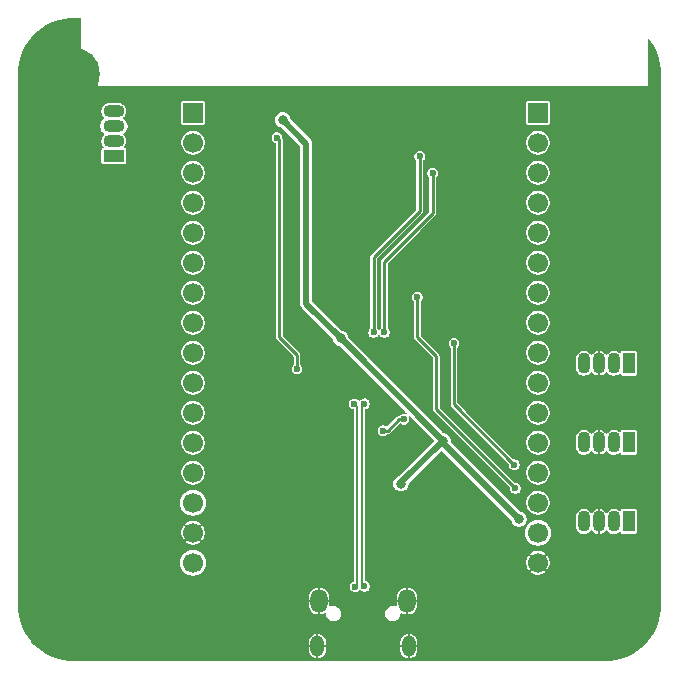
<source format=gbr>
%TF.GenerationSoftware,KiCad,Pcbnew,9.0.2*%
%TF.CreationDate,2025-10-01T22:28:11+03:00*%
%TF.ProjectId,customESP32board,63757374-6f6d-4455-9350-3332626f6172,rev?*%
%TF.SameCoordinates,Original*%
%TF.FileFunction,Copper,L2,Bot*%
%TF.FilePolarity,Positive*%
%FSLAX46Y46*%
G04 Gerber Fmt 4.6, Leading zero omitted, Abs format (unit mm)*
G04 Created by KiCad (PCBNEW 9.0.2) date 2025-10-01 22:28:11*
%MOMM*%
%LPD*%
G01*
G04 APERTURE LIST*
%TA.AperFunction,ComponentPad*%
%ADD10R,1.800000X1.070000*%
%TD*%
%TA.AperFunction,ComponentPad*%
%ADD11O,1.800000X1.070000*%
%TD*%
%TA.AperFunction,HeatsinkPad*%
%ADD12C,0.600000*%
%TD*%
%TA.AperFunction,ComponentPad*%
%ADD13R,1.070000X1.800000*%
%TD*%
%TA.AperFunction,ComponentPad*%
%ADD14O,1.070000X1.800000*%
%TD*%
%TA.AperFunction,ComponentPad*%
%ADD15R,1.700000X1.700000*%
%TD*%
%TA.AperFunction,ComponentPad*%
%ADD16C,1.700000*%
%TD*%
%TA.AperFunction,ComponentPad*%
%ADD17C,0.700000*%
%TD*%
%TA.AperFunction,ComponentPad*%
%ADD18C,4.400000*%
%TD*%
%TA.AperFunction,HeatsinkPad*%
%ADD19O,1.150000X1.800000*%
%TD*%
%TA.AperFunction,HeatsinkPad*%
%ADD20O,1.450000X2.000000*%
%TD*%
%TA.AperFunction,ViaPad*%
%ADD21C,0.600000*%
%TD*%
%TA.AperFunction,ViaPad*%
%ADD22C,0.800000*%
%TD*%
%TA.AperFunction,Conductor*%
%ADD23C,0.200000*%
%TD*%
%TA.AperFunction,Conductor*%
%ADD24C,0.254000*%
%TD*%
%TA.AperFunction,Conductor*%
%ADD25C,0.508000*%
%TD*%
G04 APERTURE END LIST*
D10*
%TO.P,D11,1,BK*%
%TO.N,Net-(D11-BK)*%
X112900000Y-85470000D03*
D11*
%TO.P,D11,2,GK*%
%TO.N,Net-(D11-GK)*%
X112900000Y-84200000D03*
%TO.P,D11,3,A*%
%TO.N,+5V*%
X112900000Y-82930000D03*
%TO.P,D11,4,RK*%
%TO.N,Net-(D11-RK)*%
X112900000Y-81660000D03*
%TD*%
D12*
%TO.P,U1,39,GND*%
%TO.N,GND*%
X131895000Y-87627500D03*
X131895000Y-89152500D03*
X132657500Y-86865000D03*
X132657500Y-88390000D03*
X132657500Y-89915000D03*
X133420000Y-87627500D03*
X133420000Y-89152500D03*
X134182500Y-86865000D03*
X134182500Y-88390000D03*
X134182500Y-89915000D03*
X134945000Y-87627500D03*
X134945000Y-89152500D03*
%TD*%
D13*
%TO.P,D7,1,BA*%
%TO.N,RGB_BLUE*%
X156500000Y-109700000D03*
D14*
%TO.P,D7,2,GA*%
%TO.N,RGB_GREEN*%
X155230000Y-109700000D03*
%TO.P,D7,3,K*%
%TO.N,GND*%
X153960000Y-109700000D03*
%TO.P,D7,4,RA*%
%TO.N,RGB_RED*%
X152690000Y-109700000D03*
%TD*%
D13*
%TO.P,D8,1,BA*%
%TO.N,RGB_BLUE*%
X156500000Y-116400000D03*
D14*
%TO.P,D8,2,GA*%
%TO.N,RGB_GREEN*%
X155230000Y-116400000D03*
%TO.P,D8,3,K*%
%TO.N,GND*%
X153960000Y-116400000D03*
%TO.P,D8,4,RA*%
%TO.N,RGB_RED*%
X152690000Y-116400000D03*
%TD*%
D15*
%TO.P,J3,1,Pin_1*%
%TO.N,ESP_IO23*%
X148800000Y-81800000D03*
D16*
%TO.P,J3,2,Pin_2*%
%TO.N,ESP_IO22*%
X148800000Y-84340000D03*
%TO.P,J3,3,Pin_3*%
%TO.N,ESP_U0TX*%
X148800000Y-86880000D03*
%TO.P,J3,4,Pin_4*%
%TO.N,ESP_U0RX*%
X148800000Y-89420000D03*
%TO.P,J3,5,Pin_5*%
%TO.N,ESP_IO21*%
X148800000Y-91960000D03*
%TO.P,J3,6,Pin_6*%
%TO.N,ESP_IO19*%
X148800000Y-94500000D03*
%TO.P,J3,7,Pin_7*%
%TO.N,ESP_IO18*%
X148800000Y-97040000D03*
%TO.P,J3,8,Pin_8*%
%TO.N,ESP_IO5*%
X148800000Y-99580000D03*
%TO.P,J3,9,Pin_9*%
%TO.N,ESP_IO17*%
X148800000Y-102120000D03*
%TO.P,J3,10,Pin_10*%
%TO.N,ESP_IO16*%
X148800000Y-104660000D03*
%TO.P,J3,11,Pin_11*%
%TO.N,ESP_IO4*%
X148800000Y-107200000D03*
%TO.P,J3,12,Pin_12*%
%TO.N,ESP_IO0*%
X148800000Y-109740000D03*
%TO.P,J3,13,Pin_13*%
%TO.N,ESP_IO2*%
X148800000Y-112280000D03*
%TO.P,J3,14,Pin_14*%
%TO.N,ESP_IO15*%
X148800000Y-114820000D03*
%TO.P,J3,15,Pin_15*%
%TO.N,+3V3*%
X148800000Y-117360000D03*
%TO.P,J3,16,Pin_16*%
%TO.N,GND*%
X148800000Y-119900000D03*
%TD*%
D13*
%TO.P,D6,1,BA*%
%TO.N,RGB_BLUE*%
X156500000Y-103000000D03*
D14*
%TO.P,D6,2,GA*%
%TO.N,RGB_GREEN*%
X155230000Y-103000000D03*
%TO.P,D6,3,K*%
%TO.N,GND*%
X153960000Y-103000000D03*
%TO.P,D6,4,RA*%
%TO.N,RGB_RED*%
X152690000Y-103000000D03*
%TD*%
D17*
%TO.P,H1,1,1*%
%TO.N,GND*%
X107850000Y-78500000D03*
X108333274Y-77333274D03*
X108333274Y-79666726D03*
X109500000Y-76850000D03*
D18*
X109500000Y-78500000D03*
D17*
X109500000Y-80150000D03*
X110666726Y-77333274D03*
X110666726Y-79666726D03*
X111150000Y-78500000D03*
%TD*%
D15*
%TO.P,J2,1,Pin_1*%
%TO.N,ESP_EN*%
X119600000Y-81800000D03*
D16*
%TO.P,J2,2,Pin_2*%
%TO.N,ESP_SVP*%
X119600000Y-84340000D03*
%TO.P,J2,3,Pin_3*%
%TO.N,ESP_SVN*%
X119600000Y-86880000D03*
%TO.P,J2,4,Pin_4*%
%TO.N,ESP_IO34*%
X119600000Y-89420000D03*
%TO.P,J2,5,Pin_5*%
%TO.N,ESP_IO35*%
X119600000Y-91960000D03*
%TO.P,J2,6,Pin_6*%
%TO.N,ESP_IO32*%
X119600000Y-94500000D03*
%TO.P,J2,7,Pin_7*%
%TO.N,ESP_IO33*%
X119600000Y-97040000D03*
%TO.P,J2,8,Pin_8*%
%TO.N,ESP_IO25*%
X119600000Y-99580000D03*
%TO.P,J2,9,Pin_9*%
%TO.N,ESP_IO26*%
X119600000Y-102120000D03*
%TO.P,J2,10,Pin_10*%
%TO.N,ESP_IO27*%
X119600000Y-104660000D03*
%TO.P,J2,11,Pin_11*%
%TO.N,ESP_IO14*%
X119600000Y-107200000D03*
%TO.P,J2,12,Pin_12*%
%TO.N,ESP_IO12*%
X119600000Y-109740000D03*
%TO.P,J2,13,Pin_13*%
%TO.N,ESP_IO13*%
X119600000Y-112280000D03*
%TO.P,J2,14,Pin_14*%
%TO.N,+3V3*%
X119600000Y-114820000D03*
%TO.P,J2,15,Pin_15*%
%TO.N,GND*%
X119600000Y-117360000D03*
%TO.P,J2,16,Pin_16*%
%TO.N,+5V*%
X119600000Y-119900000D03*
%TD*%
D19*
%TO.P,J1,6,Shield*%
%TO.N,GND*%
X130125000Y-126950000D03*
D20*
X130275000Y-123150000D03*
X137725000Y-123150000D03*
D19*
X137875000Y-126950000D03*
%TD*%
D17*
%TO.P,H2,1,1*%
%TO.N,GND*%
X152850000Y-123500000D03*
X153333274Y-122333274D03*
X153333274Y-124666726D03*
X154500000Y-121850000D03*
D18*
X154500000Y-123500000D03*
D17*
X154500000Y-125150000D03*
X155666726Y-122333274D03*
X155666726Y-124666726D03*
X156150000Y-123500000D03*
%TD*%
D21*
%TO.N,UD-*%
X133348221Y-121930616D03*
%TO.N,UD+*%
X134100000Y-121900000D03*
%TO.N,GND*%
X155800000Y-113100000D03*
X156000000Y-106400000D03*
%TO.N,ESP_EN*%
X126700000Y-83900000D03*
X128400000Y-103500000D03*
D22*
%TO.N,+3V3*%
X137200000Y-113200000D03*
X132100000Y-100900000D03*
X140750000Y-109550000D03*
X127195000Y-82405000D03*
X147200000Y-116200000D03*
D21*
%TO.N,DTR*%
X135700000Y-108709698D03*
X137455400Y-107744600D03*
%TO.N,ESP_IO2*%
X146800000Y-111600000D03*
X141700000Y-101300000D03*
%TO.N,ESP_U0RX*%
X135800000Y-100400000D03*
X139900000Y-86900000D03*
%TO.N,ESP_U0TX*%
X134900000Y-100400000D03*
X138800000Y-85500000D03*
%TO.N,ESP_IO15*%
X146900000Y-113600000D03*
X138600000Y-97400000D03*
%TO.N,UD-*%
X133265000Y-106440014D03*
%TO.N,UD+*%
X134115000Y-106440014D03*
%TD*%
D23*
%TO.N,UD-*%
X133464999Y-106640013D02*
X133265000Y-106440014D01*
X133348221Y-121916779D02*
X133464999Y-121800001D01*
X133464999Y-121800001D02*
X133464999Y-106640013D01*
X133348221Y-121930616D02*
X133348221Y-121916779D01*
%TO.N,UD+*%
X133915001Y-106640013D02*
X134115000Y-106440014D01*
X134015000Y-121900000D02*
X133915001Y-121800001D01*
X134100000Y-121900000D02*
X134015000Y-121900000D01*
X133915001Y-121800001D02*
X133915001Y-106640013D01*
D24*
%TO.N,ESP_EN*%
X126900000Y-100800000D02*
X128400000Y-102300000D01*
X126750000Y-83900000D02*
X126900000Y-84050000D01*
X128400000Y-102300000D02*
X128400000Y-103500000D01*
X126900000Y-84050000D02*
X126900000Y-100800000D01*
X126700000Y-83900000D02*
X126750000Y-83900000D01*
D25*
%TO.N,+3V3*%
X132100000Y-100900000D02*
X129200000Y-98000000D01*
X140750000Y-109550000D02*
X140750000Y-109750000D01*
X140750000Y-109550000D02*
X132100000Y-100900000D01*
X129200000Y-98000000D02*
X129200000Y-84410000D01*
X140750000Y-109750000D02*
X147200000Y-116200000D01*
X119830000Y-114620000D02*
X119700000Y-114620000D01*
X137200000Y-113100000D02*
X137200000Y-113200000D01*
X132100000Y-100900000D02*
X132200000Y-101000000D01*
X140750000Y-109550000D02*
X137200000Y-113100000D01*
X129200000Y-84410000D02*
X127195000Y-82405000D01*
D24*
%TO.N,DTR*%
X137045702Y-107744600D02*
X137455400Y-107744600D01*
X135700000Y-108709698D02*
X136080604Y-108709698D01*
X136080604Y-108709698D02*
X137045702Y-107744600D01*
%TO.N,ESP_IO2*%
X141700000Y-106500000D02*
X141700000Y-101300000D01*
X146800000Y-111600000D02*
X141700000Y-106500000D01*
%TO.N,ESP_U0RX*%
X135800000Y-94400000D02*
X139900000Y-90300000D01*
X135800000Y-100400000D02*
X135800000Y-94400000D01*
X139900000Y-90300000D02*
X139900000Y-86900000D01*
%TO.N,ESP_U0TX*%
X134900000Y-100400000D02*
X134900000Y-94000000D01*
X138800000Y-85400000D02*
X138800000Y-85500000D01*
X138800000Y-90100000D02*
X138800000Y-85400000D01*
X134900000Y-94000000D02*
X138800000Y-90100000D01*
%TO.N,ESP_IO15*%
X140200000Y-106900000D02*
X140200000Y-102400000D01*
X146900000Y-113600000D02*
X140200000Y-106900000D01*
X140200000Y-102400000D02*
X138600000Y-100800000D01*
X138600000Y-100800000D02*
X138600000Y-97400000D01*
%TD*%
%TA.AperFunction,Conductor*%
%TO.N,GND*%
G36*
X110073138Y-73772093D02*
G01*
X110098858Y-73816642D01*
X110100000Y-73829700D01*
X110100000Y-79500000D01*
X158100000Y-79500000D01*
X158100000Y-75625226D01*
X158117593Y-75576888D01*
X158162142Y-75551168D01*
X158212800Y-75560101D01*
X158234860Y-75579447D01*
X158385286Y-75775487D01*
X158389049Y-75780861D01*
X158607962Y-76124484D01*
X158611242Y-76130166D01*
X158799364Y-76491545D01*
X158802137Y-76497490D01*
X158958053Y-76873908D01*
X158960296Y-76880073D01*
X159082816Y-77268653D01*
X159084514Y-77274990D01*
X159172692Y-77672737D01*
X159173832Y-77679197D01*
X159227014Y-78083155D01*
X159227585Y-78089691D01*
X159245428Y-78498350D01*
X159245500Y-78501630D01*
X159245500Y-123498369D01*
X159245428Y-123501649D01*
X159227585Y-123910308D01*
X159227014Y-123916844D01*
X159173832Y-124320802D01*
X159172692Y-124327262D01*
X159084514Y-124725009D01*
X159082816Y-124731346D01*
X158960296Y-125119926D01*
X158958053Y-125126091D01*
X158802137Y-125502509D01*
X158799364Y-125508454D01*
X158611242Y-125869833D01*
X158607962Y-125875515D01*
X158389049Y-126219138D01*
X158385286Y-126224512D01*
X158137259Y-126547747D01*
X158133042Y-126552772D01*
X157857793Y-126853154D01*
X157853154Y-126857793D01*
X157552772Y-127133042D01*
X157547747Y-127137259D01*
X157224512Y-127385286D01*
X157219138Y-127389049D01*
X156875515Y-127607962D01*
X156869833Y-127611242D01*
X156508454Y-127799364D01*
X156502509Y-127802137D01*
X156126091Y-127958053D01*
X156119926Y-127960296D01*
X155731346Y-128082816D01*
X155725009Y-128084514D01*
X155327262Y-128172692D01*
X155320802Y-128173832D01*
X154916844Y-128227014D01*
X154910308Y-128227585D01*
X154501649Y-128245428D01*
X154498369Y-128245500D01*
X109501631Y-128245500D01*
X109498351Y-128245428D01*
X109089691Y-128227585D01*
X109083155Y-128227014D01*
X108679197Y-128173832D01*
X108672737Y-128172692D01*
X108274990Y-128084514D01*
X108268653Y-128082816D01*
X107880073Y-127960296D01*
X107873908Y-127958053D01*
X107497490Y-127802137D01*
X107491545Y-127799364D01*
X107130166Y-127611242D01*
X107124484Y-127607962D01*
X106780861Y-127389049D01*
X106775487Y-127385286D01*
X106452252Y-127137259D01*
X106447227Y-127133042D01*
X106357142Y-127050494D01*
X106164314Y-126873800D01*
X106146839Y-126857787D01*
X106142212Y-126853160D01*
X105883017Y-126570299D01*
X105867492Y-126553356D01*
X129397600Y-126553356D01*
X129397600Y-126873800D01*
X129850000Y-126873800D01*
X129850000Y-127026200D01*
X129397600Y-127026200D01*
X129397600Y-127346643D01*
X129425553Y-127487177D01*
X129425554Y-127487178D01*
X129480385Y-127619551D01*
X129559995Y-127738696D01*
X129661303Y-127840004D01*
X129780448Y-127919614D01*
X129912821Y-127974445D01*
X129912822Y-127974446D01*
X130048799Y-128001493D01*
X130048800Y-128001493D01*
X130048800Y-127541094D01*
X130070299Y-127550000D01*
X130179701Y-127550000D01*
X130201200Y-127541094D01*
X130201200Y-128001493D01*
X130337177Y-127974446D01*
X130337178Y-127974445D01*
X130469551Y-127919614D01*
X130588696Y-127840004D01*
X130690004Y-127738696D01*
X130769614Y-127619551D01*
X130824445Y-127487178D01*
X130824446Y-127487177D01*
X130852400Y-127346643D01*
X130852400Y-127026200D01*
X130400000Y-127026200D01*
X130400000Y-126873800D01*
X130852400Y-126873800D01*
X130852400Y-126553356D01*
X137147600Y-126553356D01*
X137147600Y-126873800D01*
X137600000Y-126873800D01*
X137600000Y-127026200D01*
X137147600Y-127026200D01*
X137147600Y-127346643D01*
X137175553Y-127487177D01*
X137175554Y-127487178D01*
X137230385Y-127619551D01*
X137309995Y-127738696D01*
X137411303Y-127840004D01*
X137530448Y-127919614D01*
X137662821Y-127974445D01*
X137662822Y-127974446D01*
X137798799Y-128001493D01*
X137798800Y-128001493D01*
X137798800Y-127541094D01*
X137820299Y-127550000D01*
X137929701Y-127550000D01*
X137951200Y-127541094D01*
X137951200Y-128001493D01*
X138087177Y-127974446D01*
X138087178Y-127974445D01*
X138219551Y-127919614D01*
X138338696Y-127840004D01*
X138440004Y-127738696D01*
X138519614Y-127619551D01*
X138574445Y-127487178D01*
X138574446Y-127487177D01*
X138602400Y-127346643D01*
X138602400Y-127026200D01*
X138150000Y-127026200D01*
X138150000Y-126873800D01*
X138602400Y-126873800D01*
X138602400Y-126553356D01*
X138574446Y-126412822D01*
X138574445Y-126412821D01*
X138519614Y-126280448D01*
X138440004Y-126161303D01*
X138338696Y-126059995D01*
X138219551Y-125980385D01*
X138087174Y-125925553D01*
X138087171Y-125925552D01*
X137951200Y-125898505D01*
X137951200Y-126358905D01*
X137929701Y-126350000D01*
X137820299Y-126350000D01*
X137798800Y-126358905D01*
X137798800Y-125898505D01*
X137662828Y-125925552D01*
X137662825Y-125925553D01*
X137530448Y-125980385D01*
X137411303Y-126059995D01*
X137309995Y-126161303D01*
X137230385Y-126280448D01*
X137175554Y-126412821D01*
X137175553Y-126412822D01*
X137147600Y-126553356D01*
X130852400Y-126553356D01*
X130824446Y-126412822D01*
X130824445Y-126412821D01*
X130769614Y-126280448D01*
X130690004Y-126161303D01*
X130588696Y-126059995D01*
X130469551Y-125980385D01*
X130337174Y-125925553D01*
X130337171Y-125925552D01*
X130201200Y-125898505D01*
X130201200Y-126358905D01*
X130179701Y-126350000D01*
X130070299Y-126350000D01*
X130048800Y-126358905D01*
X130048800Y-125898505D01*
X129912828Y-125925552D01*
X129912825Y-125925553D01*
X129780448Y-125980385D01*
X129661303Y-126059995D01*
X129559995Y-126161303D01*
X129480385Y-126280448D01*
X129425554Y-126412821D01*
X129425553Y-126412822D01*
X129397600Y-126553356D01*
X105867492Y-126553356D01*
X105866957Y-126552772D01*
X105862740Y-126547747D01*
X105614713Y-126224512D01*
X105610950Y-126219138D01*
X105423915Y-125925553D01*
X105392032Y-125875506D01*
X105388762Y-125869841D01*
X105200630Y-125508444D01*
X105197867Y-125502520D01*
X105041946Y-125126091D01*
X105039703Y-125119926D01*
X104917183Y-124731346D01*
X104915489Y-124725026D01*
X104827304Y-124327245D01*
X104826170Y-124320819D01*
X104772984Y-123916836D01*
X104772414Y-123910308D01*
X104771609Y-123891874D01*
X104754572Y-123501649D01*
X104754500Y-123498369D01*
X104754500Y-122788583D01*
X129397600Y-122788583D01*
X129397600Y-123073800D01*
X129850000Y-123073800D01*
X129850000Y-123226200D01*
X129397600Y-123226200D01*
X129397600Y-123511416D01*
X129431317Y-123680924D01*
X129431318Y-123680927D01*
X129497458Y-123840603D01*
X129593483Y-123984315D01*
X129715684Y-124106516D01*
X129859396Y-124202541D01*
X130019072Y-124268681D01*
X130019075Y-124268682D01*
X130188583Y-124302400D01*
X130198800Y-124302400D01*
X130198800Y-123844574D01*
X130219048Y-123850000D01*
X130330952Y-123850000D01*
X130351200Y-123844574D01*
X130351200Y-124302400D01*
X130361417Y-124302400D01*
X130530924Y-124268682D01*
X130530927Y-124268681D01*
X130690603Y-124202541D01*
X130732521Y-124174533D01*
X130782487Y-124162307D01*
X130828622Y-124185058D01*
X130849339Y-124232142D01*
X130849500Y-124237060D01*
X130849500Y-124264069D01*
X130874499Y-124389744D01*
X130923535Y-124508127D01*
X130994724Y-124614669D01*
X130994726Y-124614671D01*
X130994728Y-124614674D01*
X131085325Y-124705271D01*
X131085328Y-124705273D01*
X131085331Y-124705276D01*
X131191873Y-124776465D01*
X131310256Y-124825501D01*
X131415078Y-124846352D01*
X131435930Y-124850500D01*
X131435931Y-124850500D01*
X131564070Y-124850500D01*
X131579725Y-124847385D01*
X131689744Y-124825501D01*
X131808127Y-124776465D01*
X131914669Y-124705276D01*
X132005276Y-124614669D01*
X132076465Y-124508127D01*
X132125501Y-124389744D01*
X132150500Y-124264069D01*
X132150500Y-124135931D01*
X135849500Y-124135931D01*
X135849500Y-124264069D01*
X135874499Y-124389744D01*
X135923535Y-124508127D01*
X135994724Y-124614669D01*
X135994726Y-124614671D01*
X135994728Y-124614674D01*
X136085325Y-124705271D01*
X136085328Y-124705273D01*
X136085331Y-124705276D01*
X136191873Y-124776465D01*
X136310256Y-124825501D01*
X136415078Y-124846352D01*
X136435930Y-124850500D01*
X136435931Y-124850500D01*
X136564070Y-124850500D01*
X136579725Y-124847385D01*
X136689744Y-124825501D01*
X136808127Y-124776465D01*
X136914669Y-124705276D01*
X137005276Y-124614669D01*
X137076465Y-124508127D01*
X137125501Y-124389744D01*
X137150500Y-124264069D01*
X137150500Y-124237060D01*
X137168093Y-124188722D01*
X137212642Y-124163002D01*
X137263300Y-124171935D01*
X137267479Y-124174533D01*
X137309396Y-124202541D01*
X137469072Y-124268681D01*
X137469075Y-124268682D01*
X137638583Y-124302400D01*
X137648800Y-124302400D01*
X137648800Y-123844574D01*
X137669048Y-123850000D01*
X137780952Y-123850000D01*
X137801200Y-123844574D01*
X137801200Y-124302400D01*
X137811417Y-124302400D01*
X137980924Y-124268682D01*
X137980927Y-124268681D01*
X138140603Y-124202541D01*
X138284315Y-124106516D01*
X138406516Y-123984315D01*
X138502541Y-123840603D01*
X138568681Y-123680927D01*
X138568682Y-123680924D01*
X138602400Y-123511416D01*
X138602400Y-123226200D01*
X138150000Y-123226200D01*
X138150000Y-123073800D01*
X138602400Y-123073800D01*
X138602400Y-122788583D01*
X138568682Y-122619075D01*
X138568681Y-122619072D01*
X138502541Y-122459396D01*
X138406516Y-122315684D01*
X138284315Y-122193483D01*
X138140603Y-122097458D01*
X137980927Y-122031318D01*
X137980924Y-122031317D01*
X137811417Y-121997600D01*
X137801200Y-121997600D01*
X137801200Y-122455425D01*
X137780952Y-122450000D01*
X137669048Y-122450000D01*
X137648800Y-122455425D01*
X137648800Y-121997600D01*
X137638583Y-121997600D01*
X137469075Y-122031317D01*
X137469072Y-122031318D01*
X137309396Y-122097458D01*
X137165684Y-122193483D01*
X137043483Y-122315684D01*
X136947458Y-122459396D01*
X136881318Y-122619072D01*
X136881317Y-122619075D01*
X136847600Y-122788583D01*
X136847600Y-123073800D01*
X137300000Y-123073800D01*
X137300000Y-123226200D01*
X136847600Y-123226200D01*
X136847600Y-123511416D01*
X136848002Y-123513438D01*
X136847878Y-123514242D01*
X136847962Y-123515094D01*
X136847743Y-123515115D01*
X136840174Y-123564278D01*
X136801498Y-123598193D01*
X136750071Y-123599313D01*
X136745469Y-123597581D01*
X136689747Y-123574500D01*
X136689745Y-123574499D01*
X136689744Y-123574499D01*
X136605960Y-123557833D01*
X136564070Y-123549500D01*
X136564069Y-123549500D01*
X136435931Y-123549500D01*
X136435930Y-123549500D01*
X136373093Y-123561999D01*
X136310256Y-123574499D01*
X136191874Y-123623534D01*
X136085328Y-123694726D01*
X136085325Y-123694728D01*
X135994728Y-123785325D01*
X135994726Y-123785328D01*
X135923534Y-123891874D01*
X135885244Y-123984315D01*
X135874499Y-124010256D01*
X135849500Y-124135931D01*
X132150500Y-124135931D01*
X132125501Y-124010256D01*
X132076465Y-123891873D01*
X132005276Y-123785331D01*
X132005273Y-123785328D01*
X132005271Y-123785325D01*
X131914674Y-123694728D01*
X131914671Y-123694726D01*
X131914669Y-123694724D01*
X131808127Y-123623535D01*
X131689744Y-123574499D01*
X131626906Y-123561999D01*
X131564070Y-123549500D01*
X131564069Y-123549500D01*
X131435931Y-123549500D01*
X131435930Y-123549500D01*
X131373093Y-123561999D01*
X131310256Y-123574499D01*
X131310255Y-123574499D01*
X131310252Y-123574500D01*
X131254530Y-123597581D01*
X131203139Y-123599824D01*
X131162330Y-123568509D01*
X131151196Y-123518289D01*
X131152000Y-123513422D01*
X131152400Y-123511412D01*
X131152400Y-123226200D01*
X130700000Y-123226200D01*
X130700000Y-123073800D01*
X131152400Y-123073800D01*
X131152400Y-122788583D01*
X131118682Y-122619075D01*
X131118681Y-122619072D01*
X131052541Y-122459396D01*
X130956516Y-122315684D01*
X130834315Y-122193483D01*
X130690603Y-122097458D01*
X130530927Y-122031318D01*
X130530924Y-122031317D01*
X130361417Y-121997600D01*
X130351200Y-121997600D01*
X130351200Y-122455425D01*
X130330952Y-122450000D01*
X130219048Y-122450000D01*
X130198800Y-122455425D01*
X130198800Y-121997600D01*
X130188583Y-121997600D01*
X130019075Y-122031317D01*
X130019072Y-122031318D01*
X129859396Y-122097458D01*
X129715684Y-122193483D01*
X129593483Y-122315684D01*
X129497458Y-122459396D01*
X129431318Y-122619072D01*
X129431317Y-122619075D01*
X129397600Y-122788583D01*
X104754500Y-122788583D01*
X104754500Y-119813071D01*
X118495500Y-119813071D01*
X118495500Y-119986928D01*
X118522695Y-120158630D01*
X118522697Y-120158638D01*
X118576420Y-120323981D01*
X118576422Y-120323984D01*
X118655347Y-120478885D01*
X118757536Y-120619534D01*
X118757543Y-120619542D01*
X118880457Y-120742456D01*
X118880465Y-120742463D01*
X118880467Y-120742465D01*
X118943574Y-120788315D01*
X119021114Y-120844652D01*
X119021116Y-120844653D01*
X119176019Y-120923580D01*
X119341362Y-120977303D01*
X119513074Y-121004500D01*
X119513078Y-121004500D01*
X119686922Y-121004500D01*
X119686926Y-121004500D01*
X119858638Y-120977303D01*
X120023981Y-120923580D01*
X120178884Y-120844653D01*
X120319533Y-120742465D01*
X120442465Y-120619533D01*
X120544653Y-120478884D01*
X120623580Y-120323981D01*
X120677303Y-120158638D01*
X120704500Y-119986926D01*
X120704500Y-119813074D01*
X120677303Y-119641362D01*
X120623580Y-119476019D01*
X120544653Y-119321116D01*
X120500982Y-119261009D01*
X120489407Y-119245077D01*
X120442465Y-119180467D01*
X120442463Y-119180465D01*
X120442456Y-119180457D01*
X120319542Y-119057543D01*
X120319534Y-119057536D01*
X120178885Y-118955347D01*
X120065549Y-118897600D01*
X120023981Y-118876420D01*
X120023974Y-118876417D01*
X120023970Y-118876416D01*
X119858642Y-118822698D01*
X119858630Y-118822695D01*
X119686928Y-118795500D01*
X119686926Y-118795500D01*
X119513074Y-118795500D01*
X119513071Y-118795500D01*
X119341369Y-118822695D01*
X119341357Y-118822698D01*
X119176029Y-118876416D01*
X119176021Y-118876419D01*
X119176019Y-118876420D01*
X119176015Y-118876421D01*
X119176015Y-118876422D01*
X119021114Y-118955347D01*
X118880465Y-119057536D01*
X118880457Y-119057543D01*
X118757543Y-119180457D01*
X118757536Y-119180465D01*
X118655347Y-119321114D01*
X118576422Y-119476015D01*
X118576416Y-119476029D01*
X118522698Y-119641357D01*
X118522695Y-119641369D01*
X118495500Y-119813071D01*
X104754500Y-119813071D01*
X104754500Y-117261270D01*
X118597600Y-117261270D01*
X118597600Y-117458729D01*
X118636121Y-117652385D01*
X118636122Y-117652388D01*
X118711684Y-117834812D01*
X118821389Y-117998998D01*
X118837313Y-118014922D01*
X118837315Y-118014922D01*
X119194531Y-117657705D01*
X119199901Y-117667007D01*
X119292993Y-117760099D01*
X119302293Y-117765468D01*
X118945077Y-118122684D01*
X118945077Y-118122686D01*
X118961001Y-118138610D01*
X119125187Y-118248315D01*
X119307611Y-118323877D01*
X119307614Y-118323878D01*
X119501270Y-118362400D01*
X119698730Y-118362400D01*
X119892385Y-118323878D01*
X119892388Y-118323877D01*
X120074812Y-118248315D01*
X120238996Y-118138612D01*
X120254922Y-118122685D01*
X120254922Y-118122684D01*
X119897706Y-117765468D01*
X119907007Y-117760099D01*
X120000099Y-117667007D01*
X120005468Y-117657706D01*
X120362684Y-118014922D01*
X120362686Y-118014922D01*
X120378612Y-117998996D01*
X120488315Y-117834812D01*
X120563877Y-117652388D01*
X120563878Y-117652385D01*
X120602400Y-117458729D01*
X120602400Y-117261270D01*
X120563878Y-117067614D01*
X120563877Y-117067611D01*
X120488315Y-116885187D01*
X120378610Y-116721001D01*
X120362686Y-116705077D01*
X120362684Y-116705077D01*
X120005468Y-117062292D01*
X120000099Y-117052993D01*
X119907007Y-116959901D01*
X119897705Y-116954531D01*
X120254922Y-116597315D01*
X120254922Y-116597313D01*
X120238998Y-116581389D01*
X120074812Y-116471684D01*
X119892388Y-116396122D01*
X119892385Y-116396121D01*
X119698730Y-116357600D01*
X119501270Y-116357600D01*
X119307614Y-116396121D01*
X119307611Y-116396122D01*
X119125184Y-116471685D01*
X118961009Y-116581382D01*
X118961001Y-116581388D01*
X118945077Y-116597312D01*
X118945077Y-116597314D01*
X119302294Y-116954531D01*
X119292993Y-116959901D01*
X119199901Y-117052993D01*
X119194531Y-117062294D01*
X118837314Y-116705077D01*
X118837313Y-116705077D01*
X118821388Y-116721001D01*
X118821382Y-116721009D01*
X118711685Y-116885184D01*
X118636122Y-117067611D01*
X118636121Y-117067614D01*
X118597600Y-117261270D01*
X104754500Y-117261270D01*
X104754500Y-114733071D01*
X118495500Y-114733071D01*
X118495500Y-114906928D01*
X118522695Y-115078630D01*
X118522698Y-115078642D01*
X118533711Y-115112538D01*
X118576420Y-115243981D01*
X118614351Y-115318426D01*
X118655347Y-115398885D01*
X118729299Y-115500670D01*
X118750179Y-115529409D01*
X118757536Y-115539534D01*
X118757543Y-115539542D01*
X118880457Y-115662456D01*
X118880465Y-115662463D01*
X118880467Y-115662465D01*
X118920586Y-115691613D01*
X119021114Y-115764652D01*
X119021116Y-115764653D01*
X119176019Y-115843580D01*
X119341362Y-115897303D01*
X119513074Y-115924500D01*
X119513078Y-115924500D01*
X119686922Y-115924500D01*
X119686926Y-115924500D01*
X119858638Y-115897303D01*
X120023981Y-115843580D01*
X120178884Y-115764653D01*
X120319533Y-115662465D01*
X120442465Y-115539533D01*
X120544653Y-115398884D01*
X120623580Y-115243981D01*
X120677303Y-115078638D01*
X120704500Y-114906926D01*
X120704500Y-114733074D01*
X120677303Y-114561362D01*
X120623580Y-114396019D01*
X120544653Y-114241116D01*
X120442465Y-114100467D01*
X120442463Y-114100465D01*
X120442456Y-114100457D01*
X120319542Y-113977543D01*
X120319534Y-113977536D01*
X120178885Y-113875347D01*
X120088602Y-113829346D01*
X120023981Y-113796420D01*
X120023974Y-113796417D01*
X120023970Y-113796416D01*
X119858642Y-113742698D01*
X119858630Y-113742695D01*
X119686928Y-113715500D01*
X119686926Y-113715500D01*
X119513074Y-113715500D01*
X119513071Y-113715500D01*
X119341369Y-113742695D01*
X119341357Y-113742698D01*
X119176029Y-113796416D01*
X119176021Y-113796419D01*
X119176019Y-113796420D01*
X119176015Y-113796421D01*
X119176015Y-113796422D01*
X119021114Y-113875347D01*
X118880465Y-113977536D01*
X118880457Y-113977543D01*
X118757543Y-114100457D01*
X118757536Y-114100465D01*
X118655347Y-114241114D01*
X118576422Y-114396015D01*
X118576416Y-114396029D01*
X118522698Y-114561357D01*
X118522695Y-114561369D01*
X118495500Y-114733071D01*
X104754500Y-114733071D01*
X104754500Y-112181222D01*
X118597100Y-112181222D01*
X118597100Y-112378777D01*
X118635641Y-112572537D01*
X118635642Y-112572538D01*
X118711240Y-112755049D01*
X118711241Y-112755051D01*
X118820996Y-112919312D01*
X118820997Y-112919313D01*
X118821000Y-112919317D01*
X118960682Y-113058999D01*
X118960685Y-113059001D01*
X118960688Y-113059004D01*
X119124949Y-113168759D01*
X119307461Y-113244357D01*
X119307462Y-113244358D01*
X119307463Y-113244358D01*
X119307465Y-113244359D01*
X119437218Y-113270168D01*
X119501222Y-113282900D01*
X119501223Y-113282900D01*
X119698778Y-113282900D01*
X119746889Y-113273329D01*
X119892535Y-113244359D01*
X120075051Y-113168759D01*
X120239312Y-113059004D01*
X120379004Y-112919312D01*
X120488759Y-112755051D01*
X120564359Y-112572535D01*
X120602900Y-112378777D01*
X120602900Y-112181223D01*
X120564359Y-111987465D01*
X120488759Y-111804949D01*
X120379004Y-111640688D01*
X120379001Y-111640685D01*
X120378999Y-111640682D01*
X120239317Y-111501000D01*
X120239313Y-111500997D01*
X120239312Y-111500996D01*
X120075051Y-111391241D01*
X120075049Y-111391240D01*
X119892538Y-111315642D01*
X119892537Y-111315641D01*
X119698778Y-111277100D01*
X119698777Y-111277100D01*
X119501223Y-111277100D01*
X119501222Y-111277100D01*
X119307462Y-111315641D01*
X119307461Y-111315642D01*
X119124950Y-111391240D01*
X118960682Y-111501000D01*
X118821000Y-111640682D01*
X118711240Y-111804950D01*
X118635642Y-111987461D01*
X118635641Y-111987462D01*
X118597100Y-112181222D01*
X104754500Y-112181222D01*
X104754500Y-109641222D01*
X118597100Y-109641222D01*
X118597100Y-109838777D01*
X118635641Y-110032537D01*
X118635642Y-110032538D01*
X118677152Y-110132752D01*
X118711241Y-110215051D01*
X118820996Y-110379312D01*
X118820997Y-110379313D01*
X118821000Y-110379317D01*
X118960682Y-110518999D01*
X118960685Y-110519001D01*
X118960688Y-110519004D01*
X119124949Y-110628759D01*
X119307461Y-110704357D01*
X119307462Y-110704358D01*
X119307463Y-110704358D01*
X119307465Y-110704359D01*
X119416171Y-110725982D01*
X119501222Y-110742900D01*
X119501223Y-110742900D01*
X119698778Y-110742900D01*
X119746889Y-110733329D01*
X119892535Y-110704359D01*
X120075051Y-110628759D01*
X120239312Y-110519004D01*
X120379004Y-110379312D01*
X120488759Y-110215051D01*
X120564359Y-110032535D01*
X120602900Y-109838777D01*
X120602900Y-109641223D01*
X120564359Y-109447465D01*
X120488759Y-109264949D01*
X120379004Y-109100688D01*
X120379001Y-109100685D01*
X120378999Y-109100682D01*
X120239317Y-108961000D01*
X120239313Y-108960997D01*
X120239312Y-108960996D01*
X120075051Y-108851241D01*
X120048770Y-108840355D01*
X119892538Y-108775642D01*
X119892537Y-108775641D01*
X119698778Y-108737100D01*
X119698777Y-108737100D01*
X119501223Y-108737100D01*
X119501222Y-108737100D01*
X119307462Y-108775641D01*
X119307461Y-108775642D01*
X119124950Y-108851240D01*
X118960682Y-108961000D01*
X118821000Y-109100682D01*
X118711240Y-109264950D01*
X118635642Y-109447461D01*
X118635641Y-109447462D01*
X118597100Y-109641222D01*
X104754500Y-109641222D01*
X104754500Y-107101222D01*
X118597100Y-107101222D01*
X118597100Y-107298777D01*
X118635641Y-107492537D01*
X118635642Y-107492538D01*
X118681912Y-107604245D01*
X118711241Y-107675051D01*
X118820996Y-107839312D01*
X118820997Y-107839313D01*
X118821000Y-107839317D01*
X118960682Y-107978999D01*
X118960685Y-107979001D01*
X118960688Y-107979004D01*
X119124949Y-108088759D01*
X119307461Y-108164357D01*
X119307462Y-108164358D01*
X119307463Y-108164358D01*
X119307465Y-108164359D01*
X119437218Y-108190168D01*
X119501222Y-108202900D01*
X119501223Y-108202900D01*
X119698778Y-108202900D01*
X119746889Y-108193329D01*
X119892535Y-108164359D01*
X120075051Y-108088759D01*
X120239312Y-107979004D01*
X120379004Y-107839312D01*
X120488759Y-107675051D01*
X120564359Y-107492535D01*
X120602900Y-107298777D01*
X120602900Y-107101223D01*
X120564359Y-106907465D01*
X120488759Y-106724949D01*
X120379004Y-106560688D01*
X120379001Y-106560685D01*
X120378999Y-106560682D01*
X120239317Y-106421000D01*
X120239313Y-106420997D01*
X120239312Y-106420996D01*
X120178539Y-106380389D01*
X132812100Y-106380389D01*
X132812100Y-106499639D01*
X132828458Y-106560688D01*
X132842964Y-106614827D01*
X132842964Y-106614828D01*
X132902589Y-106718101D01*
X132986912Y-106802424D01*
X133090185Y-106862049D01*
X133090187Y-106862050D01*
X133156363Y-106879781D01*
X133198499Y-106909284D01*
X133212099Y-106952418D01*
X133212099Y-121442825D01*
X133194506Y-121491163D01*
X133174499Y-121507950D01*
X133070133Y-121568205D01*
X132985810Y-121652528D01*
X132926185Y-121755801D01*
X132926185Y-121755802D01*
X132926185Y-121755803D01*
X132895321Y-121870991D01*
X132895321Y-121990241D01*
X132917982Y-122074813D01*
X132926185Y-122105429D01*
X132926185Y-122105430D01*
X132985810Y-122208703D01*
X133070133Y-122293026D01*
X133109378Y-122315684D01*
X133173408Y-122352652D01*
X133288596Y-122383516D01*
X133288599Y-122383516D01*
X133407843Y-122383516D01*
X133407846Y-122383516D01*
X133523034Y-122352652D01*
X133626308Y-122293026D01*
X133686244Y-122233089D01*
X133732863Y-122211350D01*
X133782550Y-122224663D01*
X133792592Y-122233090D01*
X133821912Y-122262410D01*
X133881538Y-122296834D01*
X133925187Y-122322036D01*
X134040375Y-122352900D01*
X134040378Y-122352900D01*
X134159622Y-122352900D01*
X134159625Y-122352900D01*
X134274813Y-122322036D01*
X134378087Y-122262410D01*
X134462410Y-122178087D01*
X134522036Y-122074813D01*
X134552900Y-121959625D01*
X134552900Y-121840375D01*
X134522036Y-121725187D01*
X134522035Y-121725185D01*
X134462410Y-121621912D01*
X134378087Y-121537589D01*
X134274814Y-121477964D01*
X134274807Y-121477961D01*
X134223637Y-121464250D01*
X134181500Y-121434745D01*
X134167901Y-121391613D01*
X134167901Y-119801270D01*
X147797600Y-119801270D01*
X147797600Y-119998729D01*
X147836121Y-120192385D01*
X147836122Y-120192388D01*
X147911684Y-120374812D01*
X148021389Y-120538998D01*
X148037313Y-120554922D01*
X148037315Y-120554922D01*
X148394531Y-120197705D01*
X148399901Y-120207007D01*
X148492993Y-120300099D01*
X148502293Y-120305468D01*
X148145077Y-120662684D01*
X148145077Y-120662686D01*
X148161001Y-120678610D01*
X148325187Y-120788315D01*
X148507611Y-120863877D01*
X148507614Y-120863878D01*
X148701270Y-120902400D01*
X148898730Y-120902400D01*
X149092385Y-120863878D01*
X149092388Y-120863877D01*
X149274812Y-120788315D01*
X149438996Y-120678612D01*
X149454922Y-120662685D01*
X149454922Y-120662684D01*
X149097706Y-120305468D01*
X149107007Y-120300099D01*
X149200099Y-120207007D01*
X149205468Y-120197706D01*
X149562684Y-120554922D01*
X149562686Y-120554922D01*
X149578612Y-120538996D01*
X149688315Y-120374812D01*
X149763877Y-120192388D01*
X149763878Y-120192385D01*
X149802400Y-119998729D01*
X149802400Y-119801270D01*
X149763878Y-119607614D01*
X149763877Y-119607611D01*
X149688315Y-119425187D01*
X149578610Y-119261001D01*
X149562686Y-119245077D01*
X149562684Y-119245077D01*
X149205468Y-119602292D01*
X149200099Y-119592993D01*
X149107007Y-119499901D01*
X149097705Y-119494531D01*
X149454922Y-119137315D01*
X149454922Y-119137313D01*
X149438998Y-119121389D01*
X149274812Y-119011684D01*
X149092388Y-118936122D01*
X149092385Y-118936121D01*
X148898730Y-118897600D01*
X148701270Y-118897600D01*
X148507614Y-118936121D01*
X148507611Y-118936122D01*
X148325184Y-119011685D01*
X148161009Y-119121382D01*
X148161001Y-119121388D01*
X148145077Y-119137312D01*
X148145077Y-119137314D01*
X148502294Y-119494531D01*
X148492993Y-119499901D01*
X148399901Y-119592993D01*
X148394531Y-119602294D01*
X148037314Y-119245077D01*
X148037313Y-119245077D01*
X148021388Y-119261001D01*
X148021382Y-119261009D01*
X147911685Y-119425184D01*
X147836122Y-119607611D01*
X147836121Y-119607614D01*
X147797600Y-119801270D01*
X134167901Y-119801270D01*
X134167901Y-117273071D01*
X147695500Y-117273071D01*
X147695500Y-117446928D01*
X147722695Y-117618630D01*
X147722697Y-117618638D01*
X147776420Y-117783981D01*
X147776422Y-117783984D01*
X147855347Y-117938885D01*
X147957536Y-118079534D01*
X147957543Y-118079542D01*
X148080457Y-118202456D01*
X148080465Y-118202463D01*
X148080467Y-118202465D01*
X148143574Y-118248315D01*
X148221114Y-118304652D01*
X148221116Y-118304653D01*
X148376019Y-118383580D01*
X148541362Y-118437303D01*
X148713074Y-118464500D01*
X148713078Y-118464500D01*
X148886922Y-118464500D01*
X148886926Y-118464500D01*
X149058638Y-118437303D01*
X149223981Y-118383580D01*
X149378884Y-118304653D01*
X149519533Y-118202465D01*
X149642465Y-118079533D01*
X149744653Y-117938884D01*
X149823580Y-117783981D01*
X149877303Y-117618638D01*
X149904500Y-117446926D01*
X149904500Y-117273074D01*
X149877303Y-117101362D01*
X149823580Y-116936019D01*
X149744653Y-116781116D01*
X149743850Y-116780011D01*
X149689407Y-116705077D01*
X149642465Y-116640467D01*
X149642463Y-116640465D01*
X149642456Y-116640457D01*
X149519542Y-116517543D01*
X149519534Y-116517536D01*
X149456425Y-116471684D01*
X149378884Y-116415347D01*
X149223981Y-116336420D01*
X149223974Y-116336417D01*
X149223970Y-116336416D01*
X149207323Y-116331007D01*
X151989500Y-116331007D01*
X151989500Y-116334318D01*
X151989500Y-116468994D01*
X152000655Y-116525072D01*
X152002100Y-116539743D01*
X152002100Y-116832753D01*
X152022641Y-116936015D01*
X152028536Y-116965653D01*
X152070769Y-117067614D01*
X152080393Y-117090847D01*
X152155670Y-117203506D01*
X152155678Y-117203515D01*
X152251484Y-117299321D01*
X152251493Y-117299329D01*
X152364152Y-117374606D01*
X152364151Y-117374606D01*
X152364154Y-117374607D01*
X152364157Y-117374609D01*
X152489347Y-117426464D01*
X152569374Y-117442382D01*
X152622246Y-117452900D01*
X152622248Y-117452900D01*
X152757754Y-117452900D01*
X152802359Y-117444027D01*
X152890653Y-117426464D01*
X153015843Y-117374609D01*
X153097339Y-117320154D01*
X153128506Y-117299329D01*
X153128507Y-117299327D01*
X153128510Y-117299326D01*
X153224326Y-117203510D01*
X153262775Y-117145967D01*
X153304257Y-117115552D01*
X153355586Y-117118916D01*
X153387826Y-117145969D01*
X153426058Y-117203188D01*
X153426066Y-117203197D01*
X153521802Y-117298933D01*
X153521811Y-117298941D01*
X153634391Y-117374164D01*
X153759489Y-117425982D01*
X153759492Y-117425983D01*
X153883799Y-117450709D01*
X153883800Y-117450709D01*
X153883800Y-116845456D01*
X153900756Y-116850000D01*
X154019244Y-116850000D01*
X154036200Y-116845456D01*
X154036200Y-117450709D01*
X154160507Y-117425983D01*
X154160510Y-117425982D01*
X154285607Y-117374164D01*
X154285608Y-117374164D01*
X154398188Y-117298941D01*
X154398197Y-117298933D01*
X154493933Y-117203197D01*
X154493939Y-117203190D01*
X154532172Y-117145970D01*
X154573655Y-117115552D01*
X154624985Y-117118916D01*
X154657225Y-117145969D01*
X154695670Y-117203506D01*
X154695678Y-117203515D01*
X154791484Y-117299321D01*
X154791493Y-117299329D01*
X154904152Y-117374606D01*
X154904151Y-117374606D01*
X154904154Y-117374607D01*
X154904157Y-117374609D01*
X155029347Y-117426464D01*
X155109374Y-117442382D01*
X155162246Y-117452900D01*
X155162248Y-117452900D01*
X155297754Y-117452900D01*
X155342359Y-117444027D01*
X155430653Y-117426464D01*
X155555843Y-117374609D01*
X155637339Y-117320154D01*
X155668506Y-117299329D01*
X155668506Y-117299328D01*
X155668510Y-117299326D01*
X155686185Y-117281650D01*
X155732804Y-117259910D01*
X155782491Y-117273223D01*
X155811997Y-117315359D01*
X155813115Y-117320154D01*
X155820972Y-117359659D01*
X155854764Y-117410232D01*
X155854765Y-117410232D01*
X155854766Y-117410234D01*
X155905342Y-117444028D01*
X155949943Y-117452900D01*
X157050056Y-117452899D01*
X157094658Y-117444028D01*
X157145234Y-117410234D01*
X157179028Y-117359658D01*
X157187900Y-117315057D01*
X157187899Y-116539743D01*
X157189344Y-116525074D01*
X157189345Y-116525072D01*
X157200500Y-116468993D01*
X157200500Y-116331007D01*
X157189343Y-116274923D01*
X157187899Y-116260253D01*
X157187899Y-115484944D01*
X157187899Y-115484943D01*
X157179028Y-115440342D01*
X157169039Y-115425393D01*
X157145235Y-115389767D01*
X157145231Y-115389764D01*
X157094658Y-115355972D01*
X157094656Y-115355971D01*
X157050057Y-115347100D01*
X155949944Y-115347100D01*
X155949942Y-115347101D01*
X155905340Y-115355972D01*
X155854767Y-115389764D01*
X155820972Y-115440342D01*
X155820971Y-115440343D01*
X155813113Y-115479846D01*
X155786425Y-115523822D01*
X155737715Y-115540355D01*
X155689773Y-115521710D01*
X155686184Y-115518347D01*
X155668515Y-115500678D01*
X155668506Y-115500670D01*
X155555847Y-115425393D01*
X155555848Y-115425393D01*
X155430656Y-115373537D01*
X155430654Y-115373536D01*
X155297754Y-115347100D01*
X155297752Y-115347100D01*
X155162248Y-115347100D01*
X155162246Y-115347100D01*
X155029345Y-115373536D01*
X155029343Y-115373537D01*
X154904152Y-115425393D01*
X154791493Y-115500670D01*
X154791484Y-115500678D01*
X154695678Y-115596484D01*
X154695674Y-115596489D01*
X154657225Y-115654031D01*
X154615741Y-115684447D01*
X154564411Y-115681082D01*
X154532172Y-115654030D01*
X154493935Y-115596805D01*
X154493933Y-115596802D01*
X154398197Y-115501066D01*
X154398188Y-115501058D01*
X154285608Y-115425835D01*
X154160506Y-115374016D01*
X154160503Y-115374015D01*
X154036200Y-115349289D01*
X154036200Y-115954543D01*
X154019244Y-115950000D01*
X153900756Y-115950000D01*
X153883800Y-115954543D01*
X153883800Y-115349289D01*
X153759496Y-115374015D01*
X153759493Y-115374016D01*
X153634391Y-115425835D01*
X153521811Y-115501058D01*
X153521802Y-115501066D01*
X153426066Y-115596802D01*
X153426058Y-115596811D01*
X153387826Y-115654030D01*
X153346342Y-115684447D01*
X153295013Y-115681082D01*
X153262774Y-115654030D01*
X153224329Y-115596493D01*
X153224321Y-115596484D01*
X153128515Y-115500678D01*
X153128506Y-115500670D01*
X153015847Y-115425393D01*
X153015848Y-115425393D01*
X152890656Y-115373537D01*
X152890654Y-115373536D01*
X152757754Y-115347100D01*
X152757752Y-115347100D01*
X152622248Y-115347100D01*
X152622246Y-115347100D01*
X152489345Y-115373536D01*
X152489343Y-115373537D01*
X152364152Y-115425393D01*
X152251493Y-115500670D01*
X152251484Y-115500678D01*
X152155678Y-115596484D01*
X152155670Y-115596493D01*
X152080393Y-115709152D01*
X152028537Y-115834343D01*
X152028536Y-115834345D01*
X152002100Y-115967246D01*
X152002100Y-116260255D01*
X152000816Y-116273285D01*
X152000807Y-116274142D01*
X152000737Y-116274510D01*
X151989500Y-116331007D01*
X149207323Y-116331007D01*
X149058642Y-116282698D01*
X149058630Y-116282695D01*
X148886928Y-116255500D01*
X148886926Y-116255500D01*
X148713074Y-116255500D01*
X148713071Y-116255500D01*
X148541369Y-116282695D01*
X148541357Y-116282698D01*
X148376029Y-116336416D01*
X148376021Y-116336419D01*
X148376019Y-116336420D01*
X148376015Y-116336421D01*
X148376015Y-116336422D01*
X148221114Y-116415347D01*
X148080465Y-116517536D01*
X148080457Y-116517543D01*
X147957543Y-116640457D01*
X147957536Y-116640465D01*
X147855347Y-116781114D01*
X147776422Y-116936015D01*
X147776416Y-116936029D01*
X147722698Y-117101357D01*
X147722695Y-117101369D01*
X147695500Y-117273071D01*
X134167901Y-117273071D01*
X134167901Y-106952418D01*
X134185494Y-106904080D01*
X134223636Y-106879781D01*
X134289813Y-106862050D01*
X134393087Y-106802424D01*
X134477410Y-106718101D01*
X134537036Y-106614827D01*
X134567900Y-106499639D01*
X134567900Y-106380389D01*
X134537036Y-106265201D01*
X134519970Y-106235642D01*
X134477410Y-106161926D01*
X134393087Y-106077603D01*
X134289813Y-106017978D01*
X134174625Y-105987114D01*
X134055375Y-105987114D01*
X133968984Y-106010262D01*
X133940186Y-106017978D01*
X133940185Y-106017978D01*
X133836912Y-106077603D01*
X133752590Y-106161925D01*
X133749657Y-106165748D01*
X133706271Y-106193384D01*
X133655272Y-106186666D01*
X133630343Y-106165748D01*
X133627409Y-106161925D01*
X133543087Y-106077603D01*
X133439813Y-106017978D01*
X133324625Y-105987114D01*
X133205375Y-105987114D01*
X133118984Y-106010262D01*
X133090186Y-106017978D01*
X133090185Y-106017978D01*
X132986912Y-106077603D01*
X132902589Y-106161926D01*
X132842964Y-106265199D01*
X132842964Y-106265200D01*
X132842964Y-106265201D01*
X132812100Y-106380389D01*
X120178539Y-106380389D01*
X120075051Y-106311241D01*
X119963900Y-106265201D01*
X119892538Y-106235642D01*
X119892537Y-106235641D01*
X119698778Y-106197100D01*
X119698777Y-106197100D01*
X119501223Y-106197100D01*
X119501222Y-106197100D01*
X119307462Y-106235641D01*
X119307461Y-106235642D01*
X119124950Y-106311240D01*
X118960682Y-106421000D01*
X118821000Y-106560682D01*
X118711240Y-106724950D01*
X118635642Y-106907461D01*
X118635641Y-106907462D01*
X118597100Y-107101222D01*
X104754500Y-107101222D01*
X104754500Y-104561222D01*
X118597100Y-104561222D01*
X118597100Y-104758777D01*
X118635641Y-104952537D01*
X118635642Y-104952538D01*
X118711241Y-105135051D01*
X118820996Y-105299312D01*
X118820997Y-105299313D01*
X118821000Y-105299317D01*
X118960682Y-105438999D01*
X118960685Y-105439001D01*
X118960688Y-105439004D01*
X119124949Y-105548759D01*
X119307461Y-105624357D01*
X119307462Y-105624358D01*
X119307463Y-105624358D01*
X119307465Y-105624359D01*
X119437218Y-105650168D01*
X119501222Y-105662900D01*
X119501223Y-105662900D01*
X119698778Y-105662900D01*
X119746889Y-105653329D01*
X119892535Y-105624359D01*
X120075051Y-105548759D01*
X120239312Y-105439004D01*
X120379004Y-105299312D01*
X120488759Y-105135051D01*
X120564359Y-104952535D01*
X120602900Y-104758777D01*
X120602900Y-104561223D01*
X120564359Y-104367465D01*
X120488759Y-104184949D01*
X120379004Y-104020688D01*
X120379001Y-104020685D01*
X120378999Y-104020682D01*
X120239317Y-103881000D01*
X120239313Y-103880997D01*
X120239312Y-103880996D01*
X120075051Y-103771241D01*
X119980341Y-103732011D01*
X119892538Y-103695642D01*
X119892537Y-103695641D01*
X119698778Y-103657100D01*
X119698777Y-103657100D01*
X119501223Y-103657100D01*
X119501222Y-103657100D01*
X119307462Y-103695641D01*
X119307461Y-103695642D01*
X119124950Y-103771240D01*
X118960682Y-103881000D01*
X118821000Y-104020682D01*
X118711240Y-104184950D01*
X118635642Y-104367461D01*
X118635641Y-104367462D01*
X118597100Y-104561222D01*
X104754500Y-104561222D01*
X104754500Y-102021222D01*
X118597100Y-102021222D01*
X118597100Y-102218777D01*
X118635641Y-102412537D01*
X118635642Y-102412538D01*
X118691373Y-102547086D01*
X118711241Y-102595051D01*
X118820996Y-102759312D01*
X118820997Y-102759313D01*
X118821000Y-102759317D01*
X118960682Y-102898999D01*
X118960685Y-102899001D01*
X118960688Y-102899004D01*
X119124949Y-103008759D01*
X119307461Y-103084357D01*
X119307462Y-103084358D01*
X119307463Y-103084358D01*
X119307465Y-103084359D01*
X119427593Y-103108254D01*
X119501222Y-103122900D01*
X119501223Y-103122900D01*
X119698778Y-103122900D01*
X119772407Y-103108254D01*
X119892535Y-103084359D01*
X120075051Y-103008759D01*
X120239312Y-102899004D01*
X120379004Y-102759312D01*
X120488759Y-102595051D01*
X120564359Y-102412535D01*
X120602900Y-102218777D01*
X120602900Y-102021223D01*
X120564359Y-101827465D01*
X120488759Y-101644949D01*
X120379004Y-101480688D01*
X120379001Y-101480685D01*
X120378999Y-101480682D01*
X120239317Y-101341000D01*
X120239313Y-101340997D01*
X120239312Y-101340996D01*
X120075051Y-101231241D01*
X120075049Y-101231240D01*
X119892538Y-101155642D01*
X119892537Y-101155641D01*
X119698778Y-101117100D01*
X119698777Y-101117100D01*
X119501223Y-101117100D01*
X119501222Y-101117100D01*
X119307462Y-101155641D01*
X119307461Y-101155642D01*
X119124950Y-101231240D01*
X118960682Y-101341000D01*
X118821000Y-101480682D01*
X118711240Y-101644950D01*
X118635642Y-101827461D01*
X118635641Y-101827462D01*
X118597100Y-102021222D01*
X104754500Y-102021222D01*
X104754500Y-99481222D01*
X118597100Y-99481222D01*
X118597100Y-99678777D01*
X118635641Y-99872537D01*
X118635642Y-99872538D01*
X118711241Y-100055051D01*
X118820996Y-100219312D01*
X118820997Y-100219313D01*
X118821000Y-100219317D01*
X118960682Y-100358999D01*
X118960685Y-100359001D01*
X118960688Y-100359004D01*
X119124949Y-100468759D01*
X119307461Y-100544357D01*
X119307462Y-100544358D01*
X119307463Y-100544358D01*
X119307465Y-100544359D01*
X119437218Y-100570168D01*
X119501222Y-100582900D01*
X119501223Y-100582900D01*
X119698778Y-100582900D01*
X119746889Y-100573329D01*
X119892535Y-100544359D01*
X120075051Y-100468759D01*
X120239312Y-100359004D01*
X120379004Y-100219312D01*
X120488759Y-100055051D01*
X120564359Y-99872535D01*
X120602900Y-99678777D01*
X120602900Y-99481223D01*
X120564359Y-99287465D01*
X120488759Y-99104949D01*
X120379004Y-98940688D01*
X120379001Y-98940685D01*
X120378999Y-98940682D01*
X120239317Y-98801000D01*
X120239313Y-98800997D01*
X120239312Y-98800996D01*
X120075051Y-98691241D01*
X120075049Y-98691240D01*
X119892538Y-98615642D01*
X119892537Y-98615641D01*
X119698778Y-98577100D01*
X119698777Y-98577100D01*
X119501223Y-98577100D01*
X119501222Y-98577100D01*
X119307462Y-98615641D01*
X119307461Y-98615642D01*
X119124950Y-98691240D01*
X118960682Y-98801000D01*
X118821000Y-98940682D01*
X118711240Y-99104950D01*
X118635642Y-99287461D01*
X118635641Y-99287462D01*
X118597100Y-99481222D01*
X104754500Y-99481222D01*
X104754500Y-96941222D01*
X118597100Y-96941222D01*
X118597100Y-97138777D01*
X118635641Y-97332537D01*
X118635642Y-97332538D01*
X118711241Y-97515051D01*
X118820996Y-97679312D01*
X118820997Y-97679313D01*
X118821000Y-97679317D01*
X118960682Y-97818999D01*
X118960685Y-97819001D01*
X118960688Y-97819004D01*
X119124949Y-97928759D01*
X119307461Y-98004357D01*
X119307462Y-98004358D01*
X119307463Y-98004358D01*
X119307465Y-98004359D01*
X119437218Y-98030168D01*
X119501222Y-98042900D01*
X119501223Y-98042900D01*
X119698778Y-98042900D01*
X119746889Y-98033329D01*
X119892535Y-98004359D01*
X120075051Y-97928759D01*
X120239312Y-97819004D01*
X120379004Y-97679312D01*
X120488759Y-97515051D01*
X120564359Y-97332535D01*
X120602900Y-97138777D01*
X120602900Y-96941223D01*
X120564359Y-96747465D01*
X120488759Y-96564949D01*
X120379004Y-96400688D01*
X120379001Y-96400685D01*
X120378999Y-96400682D01*
X120239317Y-96261000D01*
X120239313Y-96260997D01*
X120239312Y-96260996D01*
X120075051Y-96151241D01*
X120075049Y-96151240D01*
X119892538Y-96075642D01*
X119892537Y-96075641D01*
X119698778Y-96037100D01*
X119698777Y-96037100D01*
X119501223Y-96037100D01*
X119501222Y-96037100D01*
X119307462Y-96075641D01*
X119307461Y-96075642D01*
X119124950Y-96151240D01*
X118960682Y-96261000D01*
X118821000Y-96400682D01*
X118711240Y-96564950D01*
X118635642Y-96747461D01*
X118635641Y-96747462D01*
X118597100Y-96941222D01*
X104754500Y-96941222D01*
X104754500Y-94401222D01*
X118597100Y-94401222D01*
X118597100Y-94598777D01*
X118635641Y-94792537D01*
X118635642Y-94792538D01*
X118711241Y-94975051D01*
X118820996Y-95139312D01*
X118820997Y-95139313D01*
X118821000Y-95139317D01*
X118960682Y-95278999D01*
X118960685Y-95279001D01*
X118960688Y-95279004D01*
X119124949Y-95388759D01*
X119307461Y-95464357D01*
X119307462Y-95464358D01*
X119307463Y-95464358D01*
X119307465Y-95464359D01*
X119437218Y-95490168D01*
X119501222Y-95502900D01*
X119501223Y-95502900D01*
X119698778Y-95502900D01*
X119746889Y-95493329D01*
X119892535Y-95464359D01*
X120075051Y-95388759D01*
X120239312Y-95279004D01*
X120379004Y-95139312D01*
X120488759Y-94975051D01*
X120564359Y-94792535D01*
X120602900Y-94598777D01*
X120602900Y-94401223D01*
X120564359Y-94207465D01*
X120488759Y-94024949D01*
X120379004Y-93860688D01*
X120379001Y-93860685D01*
X120378999Y-93860682D01*
X120239317Y-93721000D01*
X120239313Y-93720997D01*
X120239312Y-93720996D01*
X120075051Y-93611241D01*
X120075049Y-93611240D01*
X119892538Y-93535642D01*
X119892537Y-93535641D01*
X119698778Y-93497100D01*
X119698777Y-93497100D01*
X119501223Y-93497100D01*
X119501222Y-93497100D01*
X119307462Y-93535641D01*
X119307461Y-93535642D01*
X119124950Y-93611240D01*
X118960682Y-93721000D01*
X118821000Y-93860682D01*
X118711240Y-94024950D01*
X118635642Y-94207461D01*
X118635641Y-94207462D01*
X118597100Y-94401222D01*
X104754500Y-94401222D01*
X104754500Y-91861222D01*
X118597100Y-91861222D01*
X118597100Y-92058777D01*
X118635641Y-92252537D01*
X118635642Y-92252538D01*
X118711241Y-92435051D01*
X118820996Y-92599312D01*
X118820997Y-92599313D01*
X118821000Y-92599317D01*
X118960682Y-92738999D01*
X118960685Y-92739001D01*
X118960688Y-92739004D01*
X119124949Y-92848759D01*
X119307461Y-92924357D01*
X119307462Y-92924358D01*
X119307463Y-92924358D01*
X119307465Y-92924359D01*
X119437218Y-92950168D01*
X119501222Y-92962900D01*
X119501223Y-92962900D01*
X119698778Y-92962900D01*
X119746889Y-92953329D01*
X119892535Y-92924359D01*
X120075051Y-92848759D01*
X120239312Y-92739004D01*
X120379004Y-92599312D01*
X120488759Y-92435051D01*
X120564359Y-92252535D01*
X120602900Y-92058777D01*
X120602900Y-91861223D01*
X120564359Y-91667465D01*
X120488759Y-91484949D01*
X120379004Y-91320688D01*
X120379001Y-91320685D01*
X120378999Y-91320682D01*
X120239317Y-91181000D01*
X120239313Y-91180997D01*
X120239312Y-91180996D01*
X120075051Y-91071241D01*
X120075049Y-91071240D01*
X119892538Y-90995642D01*
X119892537Y-90995641D01*
X119698778Y-90957100D01*
X119698777Y-90957100D01*
X119501223Y-90957100D01*
X119501222Y-90957100D01*
X119307462Y-90995641D01*
X119307461Y-90995642D01*
X119124950Y-91071240D01*
X118960682Y-91181000D01*
X118821000Y-91320682D01*
X118711240Y-91484950D01*
X118635642Y-91667461D01*
X118635641Y-91667462D01*
X118597100Y-91861222D01*
X104754500Y-91861222D01*
X104754500Y-89321222D01*
X118597100Y-89321222D01*
X118597100Y-89518777D01*
X118635641Y-89712537D01*
X118635642Y-89712538D01*
X118711241Y-89895051D01*
X118820996Y-90059312D01*
X118820997Y-90059313D01*
X118821000Y-90059317D01*
X118960682Y-90198999D01*
X118960685Y-90199001D01*
X118960688Y-90199004D01*
X119124949Y-90308759D01*
X119307461Y-90384357D01*
X119307462Y-90384358D01*
X119307463Y-90384358D01*
X119307465Y-90384359D01*
X119426502Y-90408037D01*
X119501222Y-90422900D01*
X119501223Y-90422900D01*
X119698778Y-90422900D01*
X119746889Y-90413329D01*
X119892535Y-90384359D01*
X120075051Y-90308759D01*
X120239312Y-90199004D01*
X120379004Y-90059312D01*
X120488759Y-89895051D01*
X120564359Y-89712535D01*
X120602900Y-89518777D01*
X120602900Y-89321223D01*
X120564359Y-89127465D01*
X120488759Y-88944949D01*
X120379004Y-88780688D01*
X120379001Y-88780685D01*
X120378999Y-88780682D01*
X120239317Y-88641000D01*
X120239313Y-88640997D01*
X120239312Y-88640996D01*
X120075051Y-88531241D01*
X120075049Y-88531240D01*
X119892538Y-88455642D01*
X119892537Y-88455641D01*
X119698778Y-88417100D01*
X119698777Y-88417100D01*
X119501223Y-88417100D01*
X119501222Y-88417100D01*
X119307462Y-88455641D01*
X119307461Y-88455642D01*
X119124950Y-88531240D01*
X118960682Y-88641000D01*
X118821000Y-88780682D01*
X118711240Y-88944950D01*
X118635642Y-89127461D01*
X118635641Y-89127462D01*
X118597100Y-89321222D01*
X104754500Y-89321222D01*
X104754500Y-86781222D01*
X118597100Y-86781222D01*
X118597100Y-86978777D01*
X118635641Y-87172537D01*
X118635642Y-87172538D01*
X118662993Y-87238570D01*
X118711241Y-87355051D01*
X118820996Y-87519312D01*
X118820997Y-87519313D01*
X118821000Y-87519317D01*
X118960682Y-87658999D01*
X118960685Y-87659001D01*
X118960688Y-87659004D01*
X119124949Y-87768759D01*
X119307461Y-87844357D01*
X119307462Y-87844358D01*
X119307463Y-87844358D01*
X119307465Y-87844359D01*
X119437218Y-87870168D01*
X119501222Y-87882900D01*
X119501223Y-87882900D01*
X119698778Y-87882900D01*
X119746889Y-87873329D01*
X119892535Y-87844359D01*
X120075051Y-87768759D01*
X120239312Y-87659004D01*
X120379004Y-87519312D01*
X120488759Y-87355051D01*
X120564359Y-87172535D01*
X120602900Y-86978777D01*
X120602900Y-86781223D01*
X120564359Y-86587465D01*
X120488759Y-86404949D01*
X120379004Y-86240688D01*
X120379001Y-86240685D01*
X120378999Y-86240682D01*
X120239317Y-86101000D01*
X120239313Y-86100997D01*
X120239312Y-86100996D01*
X120075051Y-85991241D01*
X120075049Y-85991240D01*
X119892538Y-85915642D01*
X119892537Y-85915641D01*
X119698778Y-85877100D01*
X119698777Y-85877100D01*
X119501223Y-85877100D01*
X119501222Y-85877100D01*
X119307462Y-85915641D01*
X119307461Y-85915642D01*
X119124950Y-85991240D01*
X118960682Y-86101000D01*
X118821000Y-86240682D01*
X118711240Y-86404950D01*
X118635642Y-86587461D01*
X118635641Y-86587462D01*
X118597100Y-86781222D01*
X104754500Y-86781222D01*
X104754500Y-82852240D01*
X111745500Y-82852240D01*
X111745500Y-82852241D01*
X111745500Y-83007759D01*
X111775840Y-83160289D01*
X111835354Y-83303968D01*
X111921755Y-83433277D01*
X111921756Y-83433278D01*
X111921759Y-83433282D01*
X112031716Y-83543239D01*
X112031721Y-83543243D01*
X112031723Y-83543245D01*
X112067749Y-83567316D01*
X112098167Y-83608799D01*
X112094803Y-83660129D01*
X112079146Y-83683017D01*
X112000670Y-83761493D01*
X111925393Y-83874152D01*
X111873537Y-83999343D01*
X111873536Y-83999345D01*
X111847100Y-84132246D01*
X111847100Y-84267753D01*
X111873536Y-84400654D01*
X111873537Y-84400656D01*
X111925393Y-84525847D01*
X112000670Y-84638506D01*
X112000678Y-84638515D01*
X112018349Y-84656186D01*
X112040089Y-84702806D01*
X112026775Y-84752493D01*
X111984638Y-84781998D01*
X111979845Y-84783115D01*
X111940340Y-84790972D01*
X111889767Y-84824764D01*
X111855972Y-84875342D01*
X111855971Y-84875343D01*
X111847100Y-84919942D01*
X111847100Y-86020055D01*
X111847101Y-86020057D01*
X111855972Y-86064659D01*
X111889764Y-86115232D01*
X111889765Y-86115232D01*
X111889766Y-86115234D01*
X111940342Y-86149028D01*
X111984943Y-86157900D01*
X112760253Y-86157899D01*
X112774923Y-86159343D01*
X112831007Y-86170500D01*
X112968993Y-86170500D01*
X113025075Y-86159344D01*
X113039747Y-86157899D01*
X113815056Y-86157899D01*
X113859658Y-86149028D01*
X113910234Y-86115234D01*
X113944028Y-86064658D01*
X113952900Y-86020057D01*
X113952899Y-84919944D01*
X113944028Y-84875342D01*
X113910234Y-84824766D01*
X113859658Y-84790972D01*
X113850844Y-84789218D01*
X113820153Y-84783113D01*
X113776177Y-84756426D01*
X113759644Y-84707715D01*
X113778289Y-84659773D01*
X113781638Y-84656197D01*
X113799326Y-84638510D01*
X113803317Y-84632538D01*
X113874606Y-84525847D01*
X113874609Y-84525843D01*
X113926464Y-84400653D01*
X113952900Y-84267752D01*
X113952900Y-84241222D01*
X118597100Y-84241222D01*
X118597100Y-84438777D01*
X118635641Y-84632537D01*
X118635642Y-84632538D01*
X118711241Y-84815051D01*
X118820996Y-84979312D01*
X118820997Y-84979313D01*
X118821000Y-84979317D01*
X118960682Y-85118999D01*
X118960685Y-85119001D01*
X118960688Y-85119004D01*
X119124949Y-85228759D01*
X119307461Y-85304357D01*
X119307462Y-85304358D01*
X119307463Y-85304358D01*
X119307465Y-85304359D01*
X119412164Y-85325185D01*
X119501222Y-85342900D01*
X119501223Y-85342900D01*
X119698778Y-85342900D01*
X119746889Y-85333329D01*
X119892535Y-85304359D01*
X120075051Y-85228759D01*
X120239312Y-85119004D01*
X120379004Y-84979312D01*
X120488759Y-84815051D01*
X120564359Y-84632535D01*
X120602900Y-84438777D01*
X120602900Y-84241223D01*
X120597430Y-84213726D01*
X120574366Y-84097773D01*
X120564359Y-84047465D01*
X120488759Y-83864949D01*
X120472339Y-83840375D01*
X126247100Y-83840375D01*
X126247100Y-83959625D01*
X126270636Y-84047465D01*
X126277964Y-84074813D01*
X126277964Y-84074814D01*
X126337589Y-84178087D01*
X126421912Y-84262410D01*
X126525185Y-84322035D01*
X126525187Y-84322036D01*
X126564363Y-84332532D01*
X126606499Y-84362036D01*
X126620100Y-84405170D01*
X126620100Y-100763150D01*
X126620100Y-100836850D01*
X126622847Y-100847100D01*
X126639175Y-100908038D01*
X126676023Y-100971860D01*
X126676027Y-100971866D01*
X128098074Y-102393912D01*
X128119814Y-102440532D01*
X128120100Y-102447086D01*
X128120100Y-103108254D01*
X128102507Y-103156592D01*
X128098074Y-103161428D01*
X128037589Y-103221912D01*
X127977964Y-103325185D01*
X127977964Y-103325186D01*
X127977964Y-103325187D01*
X127947100Y-103440375D01*
X127947100Y-103559625D01*
X127973218Y-103657100D01*
X127977964Y-103674813D01*
X127977964Y-103674814D01*
X128037589Y-103778087D01*
X128121912Y-103862410D01*
X128154111Y-103881000D01*
X128225187Y-103922036D01*
X128340375Y-103952900D01*
X128340378Y-103952900D01*
X128459622Y-103952900D01*
X128459625Y-103952900D01*
X128574813Y-103922036D01*
X128678087Y-103862410D01*
X128762410Y-103778087D01*
X128822036Y-103674813D01*
X128852900Y-103559625D01*
X128852900Y-103440375D01*
X128822036Y-103325187D01*
X128822035Y-103325185D01*
X128762410Y-103221912D01*
X128701926Y-103161428D01*
X128680186Y-103114808D01*
X128679900Y-103108254D01*
X128679900Y-102263149D01*
X128663388Y-102201527D01*
X128663388Y-102201526D01*
X128660825Y-102191963D01*
X128660825Y-102191962D01*
X128623976Y-102128137D01*
X128623974Y-102128135D01*
X128623972Y-102128132D01*
X127201926Y-100706086D01*
X127180186Y-100659466D01*
X127179900Y-100652912D01*
X127179900Y-84013151D01*
X127165557Y-83959625D01*
X127160825Y-83941963D01*
X127160824Y-83941962D01*
X127160823Y-83941956D01*
X127158939Y-83937408D01*
X127160570Y-83936732D01*
X127152900Y-83908086D01*
X127152900Y-83840377D01*
X127152900Y-83840375D01*
X127122036Y-83725187D01*
X127122035Y-83725185D01*
X127062410Y-83621912D01*
X126978087Y-83537589D01*
X126874813Y-83477964D01*
X126759625Y-83447100D01*
X126640375Y-83447100D01*
X126553984Y-83470248D01*
X126525186Y-83477964D01*
X126525185Y-83477964D01*
X126421912Y-83537589D01*
X126337589Y-83621912D01*
X126277964Y-83725185D01*
X126277964Y-83725186D01*
X126277964Y-83725187D01*
X126247100Y-83840375D01*
X120472339Y-83840375D01*
X120379004Y-83700688D01*
X120379001Y-83700685D01*
X120378999Y-83700682D01*
X120239317Y-83561000D01*
X120239313Y-83560997D01*
X120239312Y-83560996D01*
X120075051Y-83451241D01*
X120031682Y-83433277D01*
X119892538Y-83375642D01*
X119892537Y-83375641D01*
X119698778Y-83337100D01*
X119698777Y-83337100D01*
X119501223Y-83337100D01*
X119501222Y-83337100D01*
X119307462Y-83375641D01*
X119307461Y-83375642D01*
X119124950Y-83451240D01*
X118960682Y-83561000D01*
X118821000Y-83700682D01*
X118711240Y-83864950D01*
X118635642Y-84047461D01*
X118635641Y-84047462D01*
X118597100Y-84241222D01*
X113952900Y-84241222D01*
X113952900Y-84132248D01*
X113946042Y-84097773D01*
X113942382Y-84079374D01*
X113926464Y-83999347D01*
X113874609Y-83874157D01*
X113868457Y-83864950D01*
X113799329Y-83761493D01*
X113799321Y-83761484D01*
X113720854Y-83683017D01*
X113699114Y-83636397D01*
X113712428Y-83586710D01*
X113732246Y-83567318D01*
X113768277Y-83543245D01*
X113878245Y-83433277D01*
X113964646Y-83303968D01*
X114024160Y-83160289D01*
X114054500Y-83007759D01*
X114054500Y-82852241D01*
X114048529Y-82822225D01*
X114042921Y-82794028D01*
X114024160Y-82699711D01*
X113964646Y-82556032D01*
X113878245Y-82426723D01*
X113878242Y-82426720D01*
X113878240Y-82426717D01*
X113768282Y-82316759D01*
X113768278Y-82316756D01*
X113768277Y-82316755D01*
X113732247Y-82292681D01*
X113701832Y-82251199D01*
X113705197Y-82199870D01*
X113720851Y-82176984D01*
X113799326Y-82098510D01*
X113874609Y-81985843D01*
X113926464Y-81860653D01*
X113952900Y-81727752D01*
X113952900Y-81592248D01*
X113926464Y-81459347D01*
X113874609Y-81334157D01*
X113874606Y-81334152D01*
X113799329Y-81221493D01*
X113799321Y-81221484D01*
X113703515Y-81125678D01*
X113703506Y-81125670D01*
X113590847Y-81050393D01*
X113590848Y-81050393D01*
X113470938Y-81000725D01*
X113470936Y-81000723D01*
X113465661Y-80998538D01*
X113465654Y-80998536D01*
X113332754Y-80972100D01*
X113332752Y-80972100D01*
X113039744Y-80972100D01*
X113025073Y-80970655D01*
X112968995Y-80959500D01*
X112968993Y-80959500D01*
X112831007Y-80959500D01*
X112831005Y-80959500D01*
X112774927Y-80970655D01*
X112760256Y-80972100D01*
X112467246Y-80972100D01*
X112334345Y-80998536D01*
X112334343Y-80998537D01*
X112209152Y-81050393D01*
X112096493Y-81125670D01*
X112096484Y-81125678D01*
X112000678Y-81221484D01*
X112000670Y-81221493D01*
X111925393Y-81334152D01*
X111873537Y-81459343D01*
X111873536Y-81459345D01*
X111847100Y-81592246D01*
X111847100Y-81727753D01*
X111873536Y-81860654D01*
X111873537Y-81860656D01*
X111925393Y-81985847D01*
X112000670Y-82098506D01*
X112000678Y-82098515D01*
X112079144Y-82176981D01*
X112100884Y-82223601D01*
X112087570Y-82273288D01*
X112067751Y-82292680D01*
X112031725Y-82316753D01*
X112031717Y-82316759D01*
X111921759Y-82426717D01*
X111835353Y-82556033D01*
X111775840Y-82699711D01*
X111775839Y-82699714D01*
X111745500Y-82852240D01*
X104754500Y-82852240D01*
X104754500Y-80934942D01*
X118597100Y-80934942D01*
X118597100Y-82665055D01*
X118597101Y-82665057D01*
X118605972Y-82709659D01*
X118639764Y-82760232D01*
X118639765Y-82760232D01*
X118639766Y-82760234D01*
X118690342Y-82794028D01*
X118734943Y-82802900D01*
X120465056Y-82802899D01*
X120509658Y-82794028D01*
X120560234Y-82760234D01*
X120594028Y-82709658D01*
X120602900Y-82665057D01*
X120602900Y-82340536D01*
X126540500Y-82340536D01*
X126540500Y-82469463D01*
X126565652Y-82595913D01*
X126565653Y-82595914D01*
X126612766Y-82709656D01*
X126614990Y-82715024D01*
X126686613Y-82822216D01*
X126686621Y-82822225D01*
X126777774Y-82913378D01*
X126777783Y-82913386D01*
X126884975Y-82985009D01*
X126884978Y-82985011D01*
X127004089Y-83034348D01*
X127107958Y-83055008D01*
X127146461Y-83075589D01*
X128669474Y-84598602D01*
X128691214Y-84645222D01*
X128691500Y-84651776D01*
X128691500Y-97933055D01*
X128691500Y-98066945D01*
X128726153Y-98196273D01*
X128726156Y-98196281D01*
X128793098Y-98312227D01*
X131429409Y-100948537D01*
X131449990Y-100987039D01*
X131470653Y-101090914D01*
X131519990Y-101210024D01*
X131591613Y-101317216D01*
X131591621Y-101317225D01*
X131682774Y-101408378D01*
X131682783Y-101408386D01*
X131782199Y-101474813D01*
X131789978Y-101480011D01*
X131909089Y-101529348D01*
X132012958Y-101550008D01*
X132051461Y-101570589D01*
X137668391Y-107187519D01*
X137690131Y-107234139D01*
X137676817Y-107283826D01*
X137634680Y-107313331D01*
X137595755Y-107313331D01*
X137541437Y-107298777D01*
X137515025Y-107291700D01*
X137395775Y-107291700D01*
X137315046Y-107313331D01*
X137280586Y-107322564D01*
X137280585Y-107322564D01*
X137177314Y-107382188D01*
X137147072Y-107412431D01*
X137116828Y-107442674D01*
X137070210Y-107464414D01*
X137063655Y-107464700D01*
X137008852Y-107464700D01*
X136973258Y-107474237D01*
X136937663Y-107483775D01*
X136873841Y-107520623D01*
X136873835Y-107520627D01*
X136062689Y-108331773D01*
X136016069Y-108353513D01*
X135971915Y-108343724D01*
X135874813Y-108287662D01*
X135759625Y-108256798D01*
X135640375Y-108256798D01*
X135553984Y-108279946D01*
X135525186Y-108287662D01*
X135525185Y-108287662D01*
X135421912Y-108347287D01*
X135337589Y-108431610D01*
X135277964Y-108534883D01*
X135277964Y-108534884D01*
X135277964Y-108534885D01*
X135247100Y-108650073D01*
X135247100Y-108769323D01*
X135276597Y-108879409D01*
X135277964Y-108884511D01*
X135277964Y-108884512D01*
X135337589Y-108987785D01*
X135421912Y-109072108D01*
X135471404Y-109100682D01*
X135525187Y-109131734D01*
X135640375Y-109162598D01*
X135640378Y-109162598D01*
X135759622Y-109162598D01*
X135759625Y-109162598D01*
X135874813Y-109131734D01*
X135978087Y-109072108D01*
X136038571Y-109011623D01*
X136085190Y-108989884D01*
X136091745Y-108989598D01*
X136117452Y-108989598D01*
X136117454Y-108989598D01*
X136188641Y-108970523D01*
X136252466Y-108933674D01*
X137075125Y-108111013D01*
X137121745Y-108089274D01*
X137171432Y-108102588D01*
X137174080Y-108104530D01*
X137177311Y-108107009D01*
X137177313Y-108107010D01*
X137280587Y-108166636D01*
X137395775Y-108197500D01*
X137395778Y-108197500D01*
X137515022Y-108197500D01*
X137515025Y-108197500D01*
X137630213Y-108166636D01*
X137733487Y-108107010D01*
X137817810Y-108022687D01*
X137877436Y-107919413D01*
X137908300Y-107804225D01*
X137908300Y-107684975D01*
X137886668Y-107604242D01*
X137891152Y-107553001D01*
X137927525Y-107516628D01*
X137978769Y-107512144D01*
X138012480Y-107531608D01*
X139977697Y-109496825D01*
X139999437Y-109543445D01*
X139986123Y-109593132D01*
X139977697Y-109603173D01*
X137021596Y-112559274D01*
X136997200Y-112575576D01*
X136889976Y-112619990D01*
X136889975Y-112619990D01*
X136782783Y-112691613D01*
X136782774Y-112691621D01*
X136691621Y-112782774D01*
X136691613Y-112782783D01*
X136619990Y-112889975D01*
X136570653Y-113009085D01*
X136570652Y-113009086D01*
X136545500Y-113135536D01*
X136545500Y-113264463D01*
X136570652Y-113390913D01*
X136570653Y-113390914D01*
X136619990Y-113510024D01*
X136691613Y-113617216D01*
X136691621Y-113617225D01*
X136782774Y-113708378D01*
X136782783Y-113708386D01*
X136882199Y-113774813D01*
X136889978Y-113780011D01*
X137009085Y-113829346D01*
X137009086Y-113829347D01*
X137009087Y-113829347D01*
X137009089Y-113829348D01*
X137093766Y-113846191D01*
X137135536Y-113854500D01*
X137135537Y-113854500D01*
X137264464Y-113854500D01*
X137295861Y-113848254D01*
X137390911Y-113829348D01*
X137510022Y-113780011D01*
X137617220Y-113708383D01*
X137708383Y-113617220D01*
X137780011Y-113510022D01*
X137829348Y-113390911D01*
X137854500Y-113264463D01*
X137854500Y-113195776D01*
X137872093Y-113147438D01*
X137876526Y-113142602D01*
X140596826Y-110422302D01*
X140643446Y-110400562D01*
X140693133Y-110413876D01*
X140703174Y-110422302D01*
X146529409Y-116248537D01*
X146549990Y-116287039D01*
X146570653Y-116390914D01*
X146619990Y-116510024D01*
X146691613Y-116617216D01*
X146691621Y-116617225D01*
X146782774Y-116708378D01*
X146782783Y-116708386D01*
X146860164Y-116760090D01*
X146889978Y-116780011D01*
X147009085Y-116829346D01*
X147009086Y-116829347D01*
X147009087Y-116829347D01*
X147009089Y-116829348D01*
X147093766Y-116846191D01*
X147135536Y-116854500D01*
X147135537Y-116854500D01*
X147264464Y-116854500D01*
X147295861Y-116848254D01*
X147390911Y-116829348D01*
X147510022Y-116780011D01*
X147617220Y-116708383D01*
X147708383Y-116617220D01*
X147780011Y-116510022D01*
X147829348Y-116390911D01*
X147854500Y-116264463D01*
X147854500Y-116135537D01*
X147829348Y-116009089D01*
X147780011Y-115889978D01*
X147749007Y-115843577D01*
X147708386Y-115782783D01*
X147708378Y-115782774D01*
X147617225Y-115691621D01*
X147617216Y-115691613D01*
X147510024Y-115619990D01*
X147390914Y-115570653D01*
X147390912Y-115570652D01*
X147390911Y-115570652D01*
X147287038Y-115549989D01*
X147248537Y-115529409D01*
X146440350Y-114721222D01*
X147797100Y-114721222D01*
X147797100Y-114918777D01*
X147835641Y-115112537D01*
X147835642Y-115112538D01*
X147911240Y-115295049D01*
X147911241Y-115295051D01*
X148020996Y-115459312D01*
X148020997Y-115459313D01*
X148021000Y-115459317D01*
X148160682Y-115598999D01*
X148160685Y-115599001D01*
X148160688Y-115599004D01*
X148324949Y-115708759D01*
X148507461Y-115784357D01*
X148507462Y-115784358D01*
X148507463Y-115784358D01*
X148507465Y-115784359D01*
X148637218Y-115810168D01*
X148701222Y-115822900D01*
X148701223Y-115822900D01*
X148898778Y-115822900D01*
X148946889Y-115813329D01*
X149092535Y-115784359D01*
X149275051Y-115708759D01*
X149439312Y-115599004D01*
X149579004Y-115459312D01*
X149688759Y-115295051D01*
X149764359Y-115112535D01*
X149802900Y-114918777D01*
X149802900Y-114721223D01*
X149764359Y-114527465D01*
X149688759Y-114344949D01*
X149579004Y-114180688D01*
X149579001Y-114180685D01*
X149578999Y-114180682D01*
X149439317Y-114041000D01*
X149439313Y-114040997D01*
X149439312Y-114040996D01*
X149275051Y-113931241D01*
X149140110Y-113875347D01*
X149092538Y-113855642D01*
X149092537Y-113855641D01*
X148898778Y-113817100D01*
X148898777Y-113817100D01*
X148701223Y-113817100D01*
X148701222Y-113817100D01*
X148507462Y-113855641D01*
X148507461Y-113855642D01*
X148324950Y-113931240D01*
X148160682Y-114041000D01*
X148021000Y-114180682D01*
X147911240Y-114344950D01*
X147835642Y-114527461D01*
X147835641Y-114527462D01*
X147797100Y-114721222D01*
X146440350Y-114721222D01*
X141421158Y-109702030D01*
X141399418Y-109655410D01*
X141400577Y-109634184D01*
X141404500Y-109614463D01*
X141404500Y-109485536D01*
X141379347Y-109359086D01*
X141379346Y-109359085D01*
X141330011Y-109239978D01*
X141330009Y-109239975D01*
X141258386Y-109132783D01*
X141258378Y-109132774D01*
X141167225Y-109041621D01*
X141167216Y-109041613D01*
X141060024Y-108969990D01*
X141055188Y-108967987D01*
X140972349Y-108933674D01*
X140940914Y-108920653D01*
X140940912Y-108920652D01*
X140940911Y-108920652D01*
X140837038Y-108899989D01*
X140798537Y-108879409D01*
X132770589Y-100851461D01*
X132750008Y-100812958D01*
X132729348Y-100709089D01*
X132680011Y-100589978D01*
X132669878Y-100574813D01*
X132608386Y-100482783D01*
X132608378Y-100482774D01*
X132517224Y-100391620D01*
X132517217Y-100391614D01*
X132440532Y-100340375D01*
X134447100Y-100340375D01*
X134447100Y-100459625D01*
X134469804Y-100544358D01*
X134477964Y-100574813D01*
X134477964Y-100574814D01*
X134537589Y-100678087D01*
X134621912Y-100762410D01*
X134681538Y-100796834D01*
X134725187Y-100822036D01*
X134840375Y-100852900D01*
X134840378Y-100852900D01*
X134959622Y-100852900D01*
X134959625Y-100852900D01*
X135074813Y-100822036D01*
X135178087Y-100762410D01*
X135262410Y-100678087D01*
X135284875Y-100639177D01*
X135324280Y-100606112D01*
X135375719Y-100606112D01*
X135415125Y-100639177D01*
X135437589Y-100678087D01*
X135521912Y-100762410D01*
X135581538Y-100796834D01*
X135625187Y-100822036D01*
X135740375Y-100852900D01*
X135740378Y-100852900D01*
X135859622Y-100852900D01*
X135859625Y-100852900D01*
X135974813Y-100822036D01*
X136078087Y-100762410D01*
X136162410Y-100678087D01*
X136222036Y-100574813D01*
X136252900Y-100459625D01*
X136252900Y-100340375D01*
X136222036Y-100225187D01*
X136218644Y-100219312D01*
X136162410Y-100121912D01*
X136101926Y-100061428D01*
X136080186Y-100014808D01*
X136079900Y-100008254D01*
X136079900Y-97340375D01*
X138147100Y-97340375D01*
X138147100Y-97459625D01*
X138177964Y-97574813D01*
X138177964Y-97574814D01*
X138237588Y-97678085D01*
X138237589Y-97678086D01*
X138237590Y-97678087D01*
X138298074Y-97738571D01*
X138319814Y-97785190D01*
X138320100Y-97791745D01*
X138320100Y-100763150D01*
X138320100Y-100836850D01*
X138322847Y-100847100D01*
X138339175Y-100908038D01*
X138376023Y-100971860D01*
X138376027Y-100971866D01*
X139898074Y-102493912D01*
X139919814Y-102540532D01*
X139920100Y-102547086D01*
X139920100Y-106863150D01*
X139920100Y-106936850D01*
X139924272Y-106952418D01*
X139939175Y-107008038D01*
X139976023Y-107071860D01*
X139976027Y-107071866D01*
X146425074Y-113520912D01*
X146446814Y-113567532D01*
X146447100Y-113574086D01*
X146447100Y-113659625D01*
X146469358Y-113742695D01*
X146477964Y-113774813D01*
X146477964Y-113774814D01*
X146537589Y-113878087D01*
X146621912Y-113962410D01*
X146681538Y-113996834D01*
X146725187Y-114022036D01*
X146840375Y-114052900D01*
X146840378Y-114052900D01*
X146959622Y-114052900D01*
X146959625Y-114052900D01*
X147074813Y-114022036D01*
X147178087Y-113962410D01*
X147262410Y-113878087D01*
X147322036Y-113774813D01*
X147352900Y-113659625D01*
X147352900Y-113540375D01*
X147322036Y-113425187D01*
X147322035Y-113425185D01*
X147262410Y-113321912D01*
X147178087Y-113237589D01*
X147074813Y-113177964D01*
X146959625Y-113147100D01*
X146959622Y-113147100D01*
X146874086Y-113147100D01*
X146825748Y-113129507D01*
X146820912Y-113125074D01*
X145877060Y-112181222D01*
X147797100Y-112181222D01*
X147797100Y-112378777D01*
X147835641Y-112572537D01*
X147835642Y-112572538D01*
X147911240Y-112755049D01*
X147911241Y-112755051D01*
X148020996Y-112919312D01*
X148020997Y-112919313D01*
X148021000Y-112919317D01*
X148160682Y-113058999D01*
X148160685Y-113059001D01*
X148160688Y-113059004D01*
X148324949Y-113168759D01*
X148507461Y-113244357D01*
X148507462Y-113244358D01*
X148507463Y-113244358D01*
X148507465Y-113244359D01*
X148637218Y-113270168D01*
X148701222Y-113282900D01*
X148701223Y-113282900D01*
X148898778Y-113282900D01*
X148946889Y-113273329D01*
X149092535Y-113244359D01*
X149275051Y-113168759D01*
X149439312Y-113059004D01*
X149579004Y-112919312D01*
X149688759Y-112755051D01*
X149764359Y-112572535D01*
X149802900Y-112378777D01*
X149802900Y-112181223D01*
X149764359Y-111987465D01*
X149688759Y-111804949D01*
X149579004Y-111640688D01*
X149579001Y-111640685D01*
X149578999Y-111640682D01*
X149439317Y-111501000D01*
X149439313Y-111500997D01*
X149439312Y-111500996D01*
X149275051Y-111391241D01*
X149275049Y-111391240D01*
X149092538Y-111315642D01*
X149092537Y-111315641D01*
X148898778Y-111277100D01*
X148898777Y-111277100D01*
X148701223Y-111277100D01*
X148701222Y-111277100D01*
X148507462Y-111315641D01*
X148507461Y-111315642D01*
X148324950Y-111391240D01*
X148160682Y-111501000D01*
X148021000Y-111640682D01*
X147911240Y-111804950D01*
X147835642Y-111987461D01*
X147835641Y-111987462D01*
X147797100Y-112181222D01*
X145877060Y-112181222D01*
X140501926Y-106806088D01*
X140480186Y-106759468D01*
X140479900Y-106752914D01*
X140479900Y-102363151D01*
X140465432Y-102309157D01*
X140460825Y-102291963D01*
X140423976Y-102228138D01*
X140371862Y-102176024D01*
X139436213Y-101240375D01*
X141247100Y-101240375D01*
X141247100Y-101359625D01*
X141277964Y-101474813D01*
X141277964Y-101474814D01*
X141337588Y-101578085D01*
X141337589Y-101578086D01*
X141337590Y-101578087D01*
X141398074Y-101638571D01*
X141419814Y-101685190D01*
X141420100Y-101691745D01*
X141420100Y-106463150D01*
X141420100Y-106536850D01*
X141426486Y-106560682D01*
X141439175Y-106608038D01*
X141476023Y-106671860D01*
X141476027Y-106671866D01*
X146325074Y-111520912D01*
X146346814Y-111567532D01*
X146347100Y-111574086D01*
X146347100Y-111659625D01*
X146377964Y-111774813D01*
X146377964Y-111774814D01*
X146437589Y-111878087D01*
X146521912Y-111962410D01*
X146565302Y-111987461D01*
X146625187Y-112022036D01*
X146740375Y-112052900D01*
X146740378Y-112052900D01*
X146859622Y-112052900D01*
X146859625Y-112052900D01*
X146974813Y-112022036D01*
X147078087Y-111962410D01*
X147162410Y-111878087D01*
X147222036Y-111774813D01*
X147252900Y-111659625D01*
X147252900Y-111540375D01*
X147222036Y-111425187D01*
X147202437Y-111391241D01*
X147162410Y-111321912D01*
X147078087Y-111237589D01*
X146974813Y-111177964D01*
X146859625Y-111147100D01*
X146859622Y-111147100D01*
X146774086Y-111147100D01*
X146725748Y-111129507D01*
X146720912Y-111125074D01*
X145237060Y-109641222D01*
X147797100Y-109641222D01*
X147797100Y-109838777D01*
X147835641Y-110032537D01*
X147835642Y-110032538D01*
X147877152Y-110132752D01*
X147911241Y-110215051D01*
X148020996Y-110379312D01*
X148020997Y-110379313D01*
X148021000Y-110379317D01*
X148160682Y-110518999D01*
X148160685Y-110519001D01*
X148160688Y-110519004D01*
X148324949Y-110628759D01*
X148507461Y-110704357D01*
X148507462Y-110704358D01*
X148507463Y-110704358D01*
X148507465Y-110704359D01*
X148616171Y-110725982D01*
X148701222Y-110742900D01*
X148701223Y-110742900D01*
X148898778Y-110742900D01*
X148946889Y-110733329D01*
X149092535Y-110704359D01*
X149275051Y-110628759D01*
X149439312Y-110519004D01*
X149579004Y-110379312D01*
X149688759Y-110215051D01*
X149764359Y-110032535D01*
X149802900Y-109838777D01*
X149802900Y-109641223D01*
X149800868Y-109631007D01*
X151989500Y-109631007D01*
X151989500Y-109634318D01*
X151989500Y-109768994D01*
X152000655Y-109825072D01*
X152002100Y-109839743D01*
X152002100Y-110132753D01*
X152018471Y-110215051D01*
X152028536Y-110265653D01*
X152071396Y-110369128D01*
X152080393Y-110390847D01*
X152155670Y-110503506D01*
X152155678Y-110503515D01*
X152251484Y-110599321D01*
X152251493Y-110599329D01*
X152364152Y-110674606D01*
X152364151Y-110674606D01*
X152364154Y-110674607D01*
X152364157Y-110674609D01*
X152489347Y-110726464D01*
X152569374Y-110742382D01*
X152622246Y-110752900D01*
X152622248Y-110752900D01*
X152757754Y-110752900D01*
X152802359Y-110744027D01*
X152890653Y-110726464D01*
X153015843Y-110674609D01*
X153097339Y-110620154D01*
X153128506Y-110599329D01*
X153128507Y-110599327D01*
X153128510Y-110599326D01*
X153224326Y-110503510D01*
X153262775Y-110445967D01*
X153304257Y-110415552D01*
X153355586Y-110418916D01*
X153387826Y-110445969D01*
X153426058Y-110503188D01*
X153426066Y-110503197D01*
X153521802Y-110598933D01*
X153521811Y-110598941D01*
X153634391Y-110674164D01*
X153759489Y-110725982D01*
X153759492Y-110725983D01*
X153883799Y-110750709D01*
X153883800Y-110750709D01*
X153883800Y-110145456D01*
X153900756Y-110150000D01*
X154019244Y-110150000D01*
X154036200Y-110145456D01*
X154036200Y-110750709D01*
X154160507Y-110725983D01*
X154160510Y-110725982D01*
X154285607Y-110674164D01*
X154285608Y-110674164D01*
X154398188Y-110598941D01*
X154398197Y-110598933D01*
X154493933Y-110503197D01*
X154493939Y-110503190D01*
X154532172Y-110445970D01*
X154573655Y-110415552D01*
X154624985Y-110418916D01*
X154657225Y-110445969D01*
X154695670Y-110503506D01*
X154695678Y-110503515D01*
X154791484Y-110599321D01*
X154791493Y-110599329D01*
X154904152Y-110674606D01*
X154904151Y-110674606D01*
X154904154Y-110674607D01*
X154904157Y-110674609D01*
X155029347Y-110726464D01*
X155109374Y-110742382D01*
X155162246Y-110752900D01*
X155162248Y-110752900D01*
X155297754Y-110752900D01*
X155342359Y-110744027D01*
X155430653Y-110726464D01*
X155555843Y-110674609D01*
X155637339Y-110620154D01*
X155668506Y-110599329D01*
X155668506Y-110599328D01*
X155668510Y-110599326D01*
X155686185Y-110581650D01*
X155732804Y-110559910D01*
X155782491Y-110573223D01*
X155811997Y-110615359D01*
X155813115Y-110620154D01*
X155820972Y-110659659D01*
X155854764Y-110710232D01*
X155854765Y-110710232D01*
X155854766Y-110710234D01*
X155905342Y-110744028D01*
X155949943Y-110752900D01*
X157050056Y-110752899D01*
X157094658Y-110744028D01*
X157145234Y-110710234D01*
X157179028Y-110659658D01*
X157187900Y-110615057D01*
X157187899Y-109839743D01*
X157189344Y-109825074D01*
X157189345Y-109825072D01*
X157200500Y-109768993D01*
X157200500Y-109631007D01*
X157189343Y-109574923D01*
X157187899Y-109560253D01*
X157187899Y-108784944D01*
X157187899Y-108784943D01*
X157179028Y-108740342D01*
X157169039Y-108725393D01*
X157145235Y-108689767D01*
X157145231Y-108689764D01*
X157094658Y-108655972D01*
X157094656Y-108655971D01*
X157050057Y-108647100D01*
X155949944Y-108647100D01*
X155949942Y-108647101D01*
X155905340Y-108655972D01*
X155854767Y-108689764D01*
X155820972Y-108740342D01*
X155820971Y-108740343D01*
X155813113Y-108779846D01*
X155786425Y-108823822D01*
X155737715Y-108840355D01*
X155689773Y-108821710D01*
X155686184Y-108818347D01*
X155668515Y-108800678D01*
X155668506Y-108800670D01*
X155555847Y-108725393D01*
X155555848Y-108725393D01*
X155430656Y-108673537D01*
X155430654Y-108673536D01*
X155297754Y-108647100D01*
X155297752Y-108647100D01*
X155162248Y-108647100D01*
X155162246Y-108647100D01*
X155029345Y-108673536D01*
X155029343Y-108673537D01*
X154904152Y-108725393D01*
X154791493Y-108800670D01*
X154791484Y-108800678D01*
X154695678Y-108896484D01*
X154695674Y-108896489D01*
X154657225Y-108954031D01*
X154615741Y-108984447D01*
X154564411Y-108981082D01*
X154532172Y-108954030D01*
X154493935Y-108896805D01*
X154493933Y-108896802D01*
X154398197Y-108801066D01*
X154398188Y-108801058D01*
X154285608Y-108725835D01*
X154160506Y-108674016D01*
X154160503Y-108674015D01*
X154036200Y-108649289D01*
X154036200Y-109254543D01*
X154019244Y-109250000D01*
X153900756Y-109250000D01*
X153883800Y-109254543D01*
X153883800Y-108649289D01*
X153759496Y-108674015D01*
X153759493Y-108674016D01*
X153634391Y-108725835D01*
X153521811Y-108801058D01*
X153521802Y-108801066D01*
X153426066Y-108896802D01*
X153426058Y-108896811D01*
X153387826Y-108954030D01*
X153346342Y-108984447D01*
X153295013Y-108981082D01*
X153262774Y-108954030D01*
X153224329Y-108896493D01*
X153224321Y-108896484D01*
X153128515Y-108800678D01*
X153128506Y-108800670D01*
X153015847Y-108725393D01*
X153015848Y-108725393D01*
X152890656Y-108673537D01*
X152890654Y-108673536D01*
X152757754Y-108647100D01*
X152757752Y-108647100D01*
X152622248Y-108647100D01*
X152622246Y-108647100D01*
X152489345Y-108673536D01*
X152489343Y-108673537D01*
X152364152Y-108725393D01*
X152251493Y-108800670D01*
X152251484Y-108800678D01*
X152155678Y-108896484D01*
X152155670Y-108896493D01*
X152080393Y-109009152D01*
X152028537Y-109134343D01*
X152028536Y-109134345D01*
X152002100Y-109267246D01*
X152002100Y-109560255D01*
X152000816Y-109573285D01*
X152000807Y-109574142D01*
X152000737Y-109574510D01*
X151989500Y-109631007D01*
X149800868Y-109631007D01*
X149764359Y-109447465D01*
X149688759Y-109264949D01*
X149579004Y-109100688D01*
X149579001Y-109100685D01*
X149578999Y-109100682D01*
X149439317Y-108961000D01*
X149439313Y-108960997D01*
X149439312Y-108960996D01*
X149275051Y-108851241D01*
X149248770Y-108840355D01*
X149092538Y-108775642D01*
X149092537Y-108775641D01*
X148898778Y-108737100D01*
X148898777Y-108737100D01*
X148701223Y-108737100D01*
X148701222Y-108737100D01*
X148507462Y-108775641D01*
X148507461Y-108775642D01*
X148324950Y-108851240D01*
X148160682Y-108961000D01*
X148021000Y-109100682D01*
X147911240Y-109264950D01*
X147835642Y-109447461D01*
X147835641Y-109447462D01*
X147797100Y-109641222D01*
X145237060Y-109641222D01*
X142697060Y-107101222D01*
X147797100Y-107101222D01*
X147797100Y-107298777D01*
X147835641Y-107492537D01*
X147835642Y-107492538D01*
X147881912Y-107604245D01*
X147911241Y-107675051D01*
X148020996Y-107839312D01*
X148020997Y-107839313D01*
X148021000Y-107839317D01*
X148160682Y-107978999D01*
X148160685Y-107979001D01*
X148160688Y-107979004D01*
X148324949Y-108088759D01*
X148507461Y-108164357D01*
X148507462Y-108164358D01*
X148507463Y-108164358D01*
X148507465Y-108164359D01*
X148637218Y-108190168D01*
X148701222Y-108202900D01*
X148701223Y-108202900D01*
X148898778Y-108202900D01*
X148946889Y-108193329D01*
X149092535Y-108164359D01*
X149275051Y-108088759D01*
X149439312Y-107979004D01*
X149579004Y-107839312D01*
X149688759Y-107675051D01*
X149764359Y-107492535D01*
X149802900Y-107298777D01*
X149802900Y-107101223D01*
X149764359Y-106907465D01*
X149688759Y-106724949D01*
X149579004Y-106560688D01*
X149579001Y-106560685D01*
X149578999Y-106560682D01*
X149439317Y-106421000D01*
X149439313Y-106420997D01*
X149439312Y-106420996D01*
X149275051Y-106311241D01*
X149163900Y-106265201D01*
X149092538Y-106235642D01*
X149092537Y-106235641D01*
X148898778Y-106197100D01*
X148898777Y-106197100D01*
X148701223Y-106197100D01*
X148701222Y-106197100D01*
X148507462Y-106235641D01*
X148507461Y-106235642D01*
X148324950Y-106311240D01*
X148160682Y-106421000D01*
X148021000Y-106560682D01*
X147911240Y-106724950D01*
X147835642Y-106907461D01*
X147835641Y-106907462D01*
X147797100Y-107101222D01*
X142697060Y-107101222D01*
X142001926Y-106406088D01*
X141980186Y-106359468D01*
X141979900Y-106352914D01*
X141979900Y-104561222D01*
X147797100Y-104561222D01*
X147797100Y-104758777D01*
X147835641Y-104952537D01*
X147835642Y-104952538D01*
X147911241Y-105135051D01*
X148020996Y-105299312D01*
X148020997Y-105299313D01*
X148021000Y-105299317D01*
X148160682Y-105438999D01*
X148160685Y-105439001D01*
X148160688Y-105439004D01*
X148324949Y-105548759D01*
X148507461Y-105624357D01*
X148507462Y-105624358D01*
X148507463Y-105624358D01*
X148507465Y-105624359D01*
X148637218Y-105650168D01*
X148701222Y-105662900D01*
X148701223Y-105662900D01*
X148898778Y-105662900D01*
X148946889Y-105653329D01*
X149092535Y-105624359D01*
X149275051Y-105548759D01*
X149439312Y-105439004D01*
X149579004Y-105299312D01*
X149688759Y-105135051D01*
X149764359Y-104952535D01*
X149802900Y-104758777D01*
X149802900Y-104561223D01*
X149764359Y-104367465D01*
X149688759Y-104184949D01*
X149579004Y-104020688D01*
X149579001Y-104020685D01*
X149578999Y-104020682D01*
X149439317Y-103881000D01*
X149439313Y-103880997D01*
X149439312Y-103880996D01*
X149275051Y-103771241D01*
X149180341Y-103732011D01*
X149092538Y-103695642D01*
X149092537Y-103695641D01*
X148898778Y-103657100D01*
X148898777Y-103657100D01*
X148701223Y-103657100D01*
X148701222Y-103657100D01*
X148507462Y-103695641D01*
X148507461Y-103695642D01*
X148324950Y-103771240D01*
X148160682Y-103881000D01*
X148021000Y-104020682D01*
X147911240Y-104184950D01*
X147835642Y-104367461D01*
X147835641Y-104367462D01*
X147797100Y-104561222D01*
X141979900Y-104561222D01*
X141979900Y-102021222D01*
X147797100Y-102021222D01*
X147797100Y-102218777D01*
X147835641Y-102412537D01*
X147835642Y-102412538D01*
X147891373Y-102547086D01*
X147911241Y-102595051D01*
X148020996Y-102759312D01*
X148020997Y-102759313D01*
X148021000Y-102759317D01*
X148160682Y-102898999D01*
X148160685Y-102899001D01*
X148160688Y-102899004D01*
X148324949Y-103008759D01*
X148507461Y-103084357D01*
X148507462Y-103084358D01*
X148507463Y-103084358D01*
X148507465Y-103084359D01*
X148627593Y-103108254D01*
X148701222Y-103122900D01*
X148701223Y-103122900D01*
X148898778Y-103122900D01*
X148972407Y-103108254D01*
X149092535Y-103084359D01*
X149275051Y-103008759D01*
X149391416Y-102931007D01*
X151989500Y-102931007D01*
X151989500Y-102934318D01*
X151989500Y-103068994D01*
X152000655Y-103125072D01*
X152002100Y-103139743D01*
X152002100Y-103432753D01*
X152028536Y-103565654D01*
X152028537Y-103565656D01*
X152080393Y-103690847D01*
X152155670Y-103803506D01*
X152155678Y-103803515D01*
X152251484Y-103899321D01*
X152251493Y-103899329D01*
X152364152Y-103974606D01*
X152364151Y-103974606D01*
X152364154Y-103974607D01*
X152364157Y-103974609D01*
X152489347Y-104026464D01*
X152569374Y-104042382D01*
X152622246Y-104052900D01*
X152622248Y-104052900D01*
X152757754Y-104052900D01*
X152802359Y-104044027D01*
X152890653Y-104026464D01*
X153015843Y-103974609D01*
X153097339Y-103920154D01*
X153128506Y-103899329D01*
X153128507Y-103899327D01*
X153128510Y-103899326D01*
X153224326Y-103803510D01*
X153262775Y-103745967D01*
X153304257Y-103715552D01*
X153355586Y-103718916D01*
X153387826Y-103745969D01*
X153426058Y-103803188D01*
X153426066Y-103803197D01*
X153521802Y-103898933D01*
X153521811Y-103898941D01*
X153634391Y-103974164D01*
X153759489Y-104025982D01*
X153759492Y-104025983D01*
X153883799Y-104050709D01*
X153883800Y-104050709D01*
X153883800Y-103445456D01*
X153900756Y-103450000D01*
X154019244Y-103450000D01*
X154036200Y-103445456D01*
X154036200Y-104050709D01*
X154160507Y-104025983D01*
X154160510Y-104025982D01*
X154285607Y-103974164D01*
X154285608Y-103974164D01*
X154398188Y-103898941D01*
X154398197Y-103898933D01*
X154493933Y-103803197D01*
X154493939Y-103803190D01*
X154532172Y-103745970D01*
X154573655Y-103715552D01*
X154624985Y-103718916D01*
X154657225Y-103745969D01*
X154695670Y-103803506D01*
X154695678Y-103803515D01*
X154791484Y-103899321D01*
X154791493Y-103899329D01*
X154904152Y-103974606D01*
X154904151Y-103974606D01*
X154904154Y-103974607D01*
X154904157Y-103974609D01*
X155029347Y-104026464D01*
X155109374Y-104042382D01*
X155162246Y-104052900D01*
X155162248Y-104052900D01*
X155297754Y-104052900D01*
X155342359Y-104044027D01*
X155430653Y-104026464D01*
X155555843Y-103974609D01*
X155637339Y-103920154D01*
X155668506Y-103899329D01*
X155668506Y-103899328D01*
X155668510Y-103899326D01*
X155686185Y-103881650D01*
X155732804Y-103859910D01*
X155782491Y-103873223D01*
X155811997Y-103915359D01*
X155813115Y-103920154D01*
X155820972Y-103959659D01*
X155854764Y-104010232D01*
X155854765Y-104010232D01*
X155854766Y-104010234D01*
X155905342Y-104044028D01*
X155949943Y-104052900D01*
X157050056Y-104052899D01*
X157094658Y-104044028D01*
X157145234Y-104010234D01*
X157179028Y-103959658D01*
X157187900Y-103915057D01*
X157187899Y-103139743D01*
X157189344Y-103125074D01*
X157189345Y-103125072D01*
X157200500Y-103068993D01*
X157200500Y-102931007D01*
X157189343Y-102874923D01*
X157187899Y-102860253D01*
X157187899Y-102084944D01*
X157187899Y-102084943D01*
X157179028Y-102040342D01*
X157169039Y-102025393D01*
X157145235Y-101989767D01*
X157145231Y-101989764D01*
X157094658Y-101955972D01*
X157094656Y-101955971D01*
X157050057Y-101947100D01*
X155949944Y-101947100D01*
X155949942Y-101947101D01*
X155905340Y-101955972D01*
X155854767Y-101989764D01*
X155820972Y-102040342D01*
X155820971Y-102040343D01*
X155813113Y-102079846D01*
X155786425Y-102123822D01*
X155737715Y-102140355D01*
X155689773Y-102121710D01*
X155686184Y-102118347D01*
X155668515Y-102100678D01*
X155668506Y-102100670D01*
X155555847Y-102025393D01*
X155555848Y-102025393D01*
X155430656Y-101973537D01*
X155430654Y-101973536D01*
X155297754Y-101947100D01*
X155297752Y-101947100D01*
X155162248Y-101947100D01*
X155162246Y-101947100D01*
X155029345Y-101973536D01*
X155029343Y-101973537D01*
X154904152Y-102025393D01*
X154791493Y-102100670D01*
X154791484Y-102100678D01*
X154695678Y-102196484D01*
X154695674Y-102196489D01*
X154657225Y-102254031D01*
X154615741Y-102284447D01*
X154564411Y-102281082D01*
X154532172Y-102254030D01*
X154493935Y-102196805D01*
X154493933Y-102196802D01*
X154398197Y-102101066D01*
X154398188Y-102101058D01*
X154285608Y-102025835D01*
X154160506Y-101974016D01*
X154160503Y-101974015D01*
X154036200Y-101949289D01*
X154036200Y-102554543D01*
X154019244Y-102550000D01*
X153900756Y-102550000D01*
X153883800Y-102554543D01*
X153883800Y-101949289D01*
X153759496Y-101974015D01*
X153759493Y-101974016D01*
X153634391Y-102025835D01*
X153521811Y-102101058D01*
X153521802Y-102101066D01*
X153426066Y-102196802D01*
X153426058Y-102196811D01*
X153387826Y-102254030D01*
X153346342Y-102284447D01*
X153295013Y-102281082D01*
X153262774Y-102254030D01*
X153224329Y-102196493D01*
X153224321Y-102196484D01*
X153128515Y-102100678D01*
X153128506Y-102100670D01*
X153015847Y-102025393D01*
X153015848Y-102025393D01*
X152890656Y-101973537D01*
X152890654Y-101973536D01*
X152757754Y-101947100D01*
X152757752Y-101947100D01*
X152622248Y-101947100D01*
X152622246Y-101947100D01*
X152489345Y-101973536D01*
X152489343Y-101973537D01*
X152364152Y-102025393D01*
X152251493Y-102100670D01*
X152251484Y-102100678D01*
X152155678Y-102196484D01*
X152155670Y-102196493D01*
X152080393Y-102309152D01*
X152028537Y-102434343D01*
X152028536Y-102434345D01*
X152002100Y-102567246D01*
X152002100Y-102860255D01*
X152000816Y-102873285D01*
X152000807Y-102874142D01*
X152000737Y-102874510D01*
X151989500Y-102931007D01*
X149391416Y-102931007D01*
X149439312Y-102899004D01*
X149439318Y-102898998D01*
X149464178Y-102874139D01*
X149578998Y-102759318D01*
X149578999Y-102759317D01*
X149579004Y-102759312D01*
X149688759Y-102595051D01*
X149764359Y-102412535D01*
X149802900Y-102218777D01*
X149802900Y-102021223D01*
X149764359Y-101827465D01*
X149688759Y-101644949D01*
X149579004Y-101480688D01*
X149579001Y-101480685D01*
X149578999Y-101480682D01*
X149439317Y-101341000D01*
X149439313Y-101340997D01*
X149439312Y-101340996D01*
X149275051Y-101231241D01*
X149275049Y-101231240D01*
X149092538Y-101155642D01*
X149092537Y-101155641D01*
X148898778Y-101117100D01*
X148898777Y-101117100D01*
X148701223Y-101117100D01*
X148701222Y-101117100D01*
X148507462Y-101155641D01*
X148507461Y-101155642D01*
X148324950Y-101231240D01*
X148160682Y-101341000D01*
X148021000Y-101480682D01*
X147911240Y-101644950D01*
X147835642Y-101827461D01*
X147835641Y-101827462D01*
X147797100Y-102021222D01*
X141979900Y-102021222D01*
X141979900Y-101691745D01*
X141997493Y-101643407D01*
X142001915Y-101638581D01*
X142062410Y-101578087D01*
X142122036Y-101474813D01*
X142152900Y-101359625D01*
X142152900Y-101240375D01*
X142122036Y-101125187D01*
X142117367Y-101117100D01*
X142062410Y-101021912D01*
X141978087Y-100937589D01*
X141874813Y-100877964D01*
X141759625Y-100847100D01*
X141640375Y-100847100D01*
X141553984Y-100870248D01*
X141525186Y-100877964D01*
X141525185Y-100877964D01*
X141421912Y-100937589D01*
X141337589Y-101021912D01*
X141277964Y-101125185D01*
X141277964Y-101125186D01*
X141277964Y-101125187D01*
X141247100Y-101240375D01*
X139436213Y-101240375D01*
X138901926Y-100706088D01*
X138880186Y-100659468D01*
X138879900Y-100652914D01*
X138879900Y-99481222D01*
X147797100Y-99481222D01*
X147797100Y-99678777D01*
X147835641Y-99872537D01*
X147835642Y-99872538D01*
X147911241Y-100055051D01*
X148020996Y-100219312D01*
X148020997Y-100219313D01*
X148021000Y-100219317D01*
X148160682Y-100358999D01*
X148160685Y-100359001D01*
X148160688Y-100359004D01*
X148324949Y-100468759D01*
X148507461Y-100544357D01*
X148507462Y-100544358D01*
X148507463Y-100544358D01*
X148507465Y-100544359D01*
X148637218Y-100570168D01*
X148701222Y-100582900D01*
X148701223Y-100582900D01*
X148898778Y-100582900D01*
X148946889Y-100573329D01*
X149092535Y-100544359D01*
X149275051Y-100468759D01*
X149439312Y-100359004D01*
X149579004Y-100219312D01*
X149688759Y-100055051D01*
X149764359Y-99872535D01*
X149802900Y-99678777D01*
X149802900Y-99481223D01*
X149764359Y-99287465D01*
X149688759Y-99104949D01*
X149579004Y-98940688D01*
X149579001Y-98940685D01*
X149578999Y-98940682D01*
X149439317Y-98801000D01*
X149439313Y-98800997D01*
X149439312Y-98800996D01*
X149275051Y-98691241D01*
X149275049Y-98691240D01*
X149092538Y-98615642D01*
X149092537Y-98615641D01*
X148898778Y-98577100D01*
X148898777Y-98577100D01*
X148701223Y-98577100D01*
X148701222Y-98577100D01*
X148507462Y-98615641D01*
X148507461Y-98615642D01*
X148324950Y-98691240D01*
X148160682Y-98801000D01*
X148021000Y-98940682D01*
X147911240Y-99104950D01*
X147835642Y-99287461D01*
X147835641Y-99287462D01*
X147797100Y-99481222D01*
X138879900Y-99481222D01*
X138879900Y-97791745D01*
X138897493Y-97743407D01*
X138901915Y-97738581D01*
X138962410Y-97678087D01*
X139022036Y-97574813D01*
X139052900Y-97459625D01*
X139052900Y-97340375D01*
X139022036Y-97225187D01*
X138972147Y-97138777D01*
X138962410Y-97121912D01*
X138878087Y-97037589D01*
X138817577Y-97002654D01*
X138774813Y-96977964D01*
X138659625Y-96947100D01*
X138540375Y-96947100D01*
X138453984Y-96970248D01*
X138425186Y-96977964D01*
X138425185Y-96977964D01*
X138321912Y-97037589D01*
X138237589Y-97121912D01*
X138177964Y-97225185D01*
X138177964Y-97225186D01*
X138177964Y-97225187D01*
X138147100Y-97340375D01*
X136079900Y-97340375D01*
X136079900Y-96941222D01*
X147797100Y-96941222D01*
X147797100Y-97138777D01*
X147835641Y-97332537D01*
X147835642Y-97332538D01*
X147911241Y-97515051D01*
X148020996Y-97679312D01*
X148020997Y-97679313D01*
X148021000Y-97679317D01*
X148160682Y-97818999D01*
X148160685Y-97819001D01*
X148160688Y-97819004D01*
X148324949Y-97928759D01*
X148507461Y-98004357D01*
X148507462Y-98004358D01*
X148507463Y-98004358D01*
X148507465Y-98004359D01*
X148637218Y-98030168D01*
X148701222Y-98042900D01*
X148701223Y-98042900D01*
X148898778Y-98042900D01*
X148946889Y-98033329D01*
X149092535Y-98004359D01*
X149275051Y-97928759D01*
X149439312Y-97819004D01*
X149579004Y-97679312D01*
X149688759Y-97515051D01*
X149764359Y-97332535D01*
X149802900Y-97138777D01*
X149802900Y-96941223D01*
X149764359Y-96747465D01*
X149688759Y-96564949D01*
X149579004Y-96400688D01*
X149579001Y-96400685D01*
X149578999Y-96400682D01*
X149439317Y-96261000D01*
X149439313Y-96260997D01*
X149439312Y-96260996D01*
X149275051Y-96151241D01*
X149275049Y-96151240D01*
X149092538Y-96075642D01*
X149092537Y-96075641D01*
X148898778Y-96037100D01*
X148898777Y-96037100D01*
X148701223Y-96037100D01*
X148701222Y-96037100D01*
X148507462Y-96075641D01*
X148507461Y-96075642D01*
X148324950Y-96151240D01*
X148160682Y-96261000D01*
X148021000Y-96400682D01*
X147911240Y-96564950D01*
X147835642Y-96747461D01*
X147835641Y-96747462D01*
X147797100Y-96941222D01*
X136079900Y-96941222D01*
X136079900Y-94547086D01*
X136097493Y-94498748D01*
X136101926Y-94493912D01*
X136194616Y-94401222D01*
X147797100Y-94401222D01*
X147797100Y-94598777D01*
X147835641Y-94792537D01*
X147835642Y-94792538D01*
X147911241Y-94975051D01*
X148020996Y-95139312D01*
X148020997Y-95139313D01*
X148021000Y-95139317D01*
X148160682Y-95278999D01*
X148160685Y-95279001D01*
X148160688Y-95279004D01*
X148324949Y-95388759D01*
X148507461Y-95464357D01*
X148507462Y-95464358D01*
X148507463Y-95464358D01*
X148507465Y-95464359D01*
X148637218Y-95490168D01*
X148701222Y-95502900D01*
X148701223Y-95502900D01*
X148898778Y-95502900D01*
X148946889Y-95493329D01*
X149092535Y-95464359D01*
X149275051Y-95388759D01*
X149439312Y-95279004D01*
X149579004Y-95139312D01*
X149688759Y-94975051D01*
X149764359Y-94792535D01*
X149802900Y-94598777D01*
X149802900Y-94401223D01*
X149764359Y-94207465D01*
X149688759Y-94024949D01*
X149579004Y-93860688D01*
X149579001Y-93860685D01*
X149578999Y-93860682D01*
X149439317Y-93721000D01*
X149439313Y-93720997D01*
X149439312Y-93720996D01*
X149275051Y-93611241D01*
X149275049Y-93611240D01*
X149092538Y-93535642D01*
X149092537Y-93535641D01*
X148898778Y-93497100D01*
X148898777Y-93497100D01*
X148701223Y-93497100D01*
X148701222Y-93497100D01*
X148507462Y-93535641D01*
X148507461Y-93535642D01*
X148324950Y-93611240D01*
X148160682Y-93721000D01*
X148021000Y-93860682D01*
X147911240Y-94024950D01*
X147835642Y-94207461D01*
X147835641Y-94207462D01*
X147797100Y-94401222D01*
X136194616Y-94401222D01*
X136251483Y-94344355D01*
X138734617Y-91861222D01*
X147797100Y-91861222D01*
X147797100Y-92058777D01*
X147835641Y-92252537D01*
X147835642Y-92252538D01*
X147911241Y-92435051D01*
X148020996Y-92599312D01*
X148020997Y-92599313D01*
X148021000Y-92599317D01*
X148160682Y-92738999D01*
X148160685Y-92739001D01*
X148160688Y-92739004D01*
X148324949Y-92848759D01*
X148507461Y-92924357D01*
X148507462Y-92924358D01*
X148507463Y-92924358D01*
X148507465Y-92924359D01*
X148637218Y-92950168D01*
X148701222Y-92962900D01*
X148701223Y-92962900D01*
X148898778Y-92962900D01*
X148946889Y-92953329D01*
X149092535Y-92924359D01*
X149275051Y-92848759D01*
X149439312Y-92739004D01*
X149579004Y-92599312D01*
X149688759Y-92435051D01*
X149764359Y-92252535D01*
X149802900Y-92058777D01*
X149802900Y-91861223D01*
X149764359Y-91667465D01*
X149688759Y-91484949D01*
X149579004Y-91320688D01*
X149579001Y-91320685D01*
X149578999Y-91320682D01*
X149439317Y-91181000D01*
X149439313Y-91180997D01*
X149439312Y-91180996D01*
X149275051Y-91071241D01*
X149275049Y-91071240D01*
X149092538Y-90995642D01*
X149092537Y-90995641D01*
X148898778Y-90957100D01*
X148898777Y-90957100D01*
X148701223Y-90957100D01*
X148701222Y-90957100D01*
X148507462Y-90995641D01*
X148507461Y-90995642D01*
X148324950Y-91071240D01*
X148160682Y-91181000D01*
X148021000Y-91320682D01*
X147911240Y-91484950D01*
X147835642Y-91667461D01*
X147835641Y-91667462D01*
X147797100Y-91861222D01*
X138734617Y-91861222D01*
X138791484Y-91804355D01*
X140123972Y-90471866D01*
X140123976Y-90471862D01*
X140160825Y-90408037D01*
X140179900Y-90336850D01*
X140179900Y-90263150D01*
X140179900Y-89321222D01*
X147797100Y-89321222D01*
X147797100Y-89518777D01*
X147835641Y-89712537D01*
X147835642Y-89712538D01*
X147911241Y-89895051D01*
X148020996Y-90059312D01*
X148020997Y-90059313D01*
X148021000Y-90059317D01*
X148160682Y-90198999D01*
X148160685Y-90199001D01*
X148160688Y-90199004D01*
X148324949Y-90308759D01*
X148507461Y-90384357D01*
X148507462Y-90384358D01*
X148507463Y-90384358D01*
X148507465Y-90384359D01*
X148626502Y-90408037D01*
X148701222Y-90422900D01*
X148701223Y-90422900D01*
X148898778Y-90422900D01*
X148946889Y-90413329D01*
X149092535Y-90384359D01*
X149275051Y-90308759D01*
X149439312Y-90199004D01*
X149579004Y-90059312D01*
X149688759Y-89895051D01*
X149764359Y-89712535D01*
X149802900Y-89518777D01*
X149802900Y-89321223D01*
X149764359Y-89127465D01*
X149688759Y-88944949D01*
X149579004Y-88780688D01*
X149579001Y-88780685D01*
X149578999Y-88780682D01*
X149439317Y-88641000D01*
X149439313Y-88640997D01*
X149439312Y-88640996D01*
X149275051Y-88531241D01*
X149275049Y-88531240D01*
X149092538Y-88455642D01*
X149092537Y-88455641D01*
X148898778Y-88417100D01*
X148898777Y-88417100D01*
X148701223Y-88417100D01*
X148701222Y-88417100D01*
X148507462Y-88455641D01*
X148507461Y-88455642D01*
X148324950Y-88531240D01*
X148160682Y-88641000D01*
X148021000Y-88780682D01*
X147911240Y-88944950D01*
X147835642Y-89127461D01*
X147835641Y-89127462D01*
X147797100Y-89321222D01*
X140179900Y-89321222D01*
X140179900Y-87291745D01*
X140197493Y-87243407D01*
X140201915Y-87238581D01*
X140262410Y-87178087D01*
X140322036Y-87074813D01*
X140352900Y-86959625D01*
X140352900Y-86840375D01*
X140337050Y-86781222D01*
X147797100Y-86781222D01*
X147797100Y-86978777D01*
X147835641Y-87172537D01*
X147835642Y-87172538D01*
X147862993Y-87238570D01*
X147911241Y-87355051D01*
X148020996Y-87519312D01*
X148020997Y-87519313D01*
X148021000Y-87519317D01*
X148160682Y-87658999D01*
X148160685Y-87659001D01*
X148160688Y-87659004D01*
X148324949Y-87768759D01*
X148507461Y-87844357D01*
X148507462Y-87844358D01*
X148507463Y-87844358D01*
X148507465Y-87844359D01*
X148637218Y-87870168D01*
X148701222Y-87882900D01*
X148701223Y-87882900D01*
X148898778Y-87882900D01*
X148946889Y-87873329D01*
X149092535Y-87844359D01*
X149275051Y-87768759D01*
X149439312Y-87659004D01*
X149579004Y-87519312D01*
X149688759Y-87355051D01*
X149764359Y-87172535D01*
X149802900Y-86978777D01*
X149802900Y-86781223D01*
X149764359Y-86587465D01*
X149688759Y-86404949D01*
X149579004Y-86240688D01*
X149579001Y-86240685D01*
X149578999Y-86240682D01*
X149439317Y-86101000D01*
X149439313Y-86100997D01*
X149439312Y-86100996D01*
X149275051Y-85991241D01*
X149275049Y-85991240D01*
X149092538Y-85915642D01*
X149092537Y-85915641D01*
X148898778Y-85877100D01*
X148898777Y-85877100D01*
X148701223Y-85877100D01*
X148701222Y-85877100D01*
X148507462Y-85915641D01*
X148507461Y-85915642D01*
X148324950Y-85991240D01*
X148160682Y-86101000D01*
X148021000Y-86240682D01*
X147911240Y-86404950D01*
X147835642Y-86587461D01*
X147835641Y-86587462D01*
X147797100Y-86781222D01*
X140337050Y-86781222D01*
X140322036Y-86725187D01*
X140322035Y-86725185D01*
X140262410Y-86621912D01*
X140178087Y-86537589D01*
X140074813Y-86477964D01*
X139959625Y-86447100D01*
X139840375Y-86447100D01*
X139753984Y-86470248D01*
X139725186Y-86477964D01*
X139725185Y-86477964D01*
X139621912Y-86537589D01*
X139537589Y-86621912D01*
X139477964Y-86725185D01*
X139477964Y-86725186D01*
X139467676Y-86763583D01*
X139447100Y-86840375D01*
X139447100Y-86959625D01*
X139452232Y-86978777D01*
X139477964Y-87074813D01*
X139477964Y-87074814D01*
X139537588Y-87178085D01*
X139537589Y-87178086D01*
X139537590Y-87178087D01*
X139598074Y-87238571D01*
X139619814Y-87285190D01*
X139620100Y-87291745D01*
X139620100Y-90152914D01*
X139602507Y-90201252D01*
X139598074Y-90206088D01*
X135628138Y-94176024D01*
X135602081Y-94202081D01*
X135576024Y-94228137D01*
X135576023Y-94228139D01*
X135539175Y-94291961D01*
X135520100Y-94363151D01*
X135520100Y-100008254D01*
X135515666Y-100020589D01*
X135515770Y-100033403D01*
X135504840Y-100050712D01*
X135502895Y-100056125D01*
X135500610Y-100058892D01*
X135437590Y-100121913D01*
X135411989Y-100166253D01*
X135407995Y-100171093D01*
X135390907Y-100181143D01*
X135375720Y-100193887D01*
X135369240Y-100193887D01*
X135363655Y-100197172D01*
X135344105Y-100193887D01*
X135324280Y-100193887D01*
X135319316Y-100189721D01*
X135312926Y-100188648D01*
X135300061Y-100173564D01*
X135284875Y-100160822D01*
X135262410Y-100121912D01*
X135201926Y-100061428D01*
X135180186Y-100014808D01*
X135179900Y-100008254D01*
X135179900Y-94147086D01*
X135197493Y-94098748D01*
X135201926Y-94093912D01*
X139023972Y-90271866D01*
X139023976Y-90271862D01*
X139060825Y-90208037D01*
X139079900Y-90136850D01*
X139079900Y-90063150D01*
X139079900Y-85891745D01*
X139097493Y-85843407D01*
X139101915Y-85838581D01*
X139162410Y-85778087D01*
X139222036Y-85674813D01*
X139252900Y-85559625D01*
X139252900Y-85440375D01*
X139222036Y-85325187D01*
X139166363Y-85228759D01*
X139162410Y-85221912D01*
X139078087Y-85137589D01*
X138974813Y-85077964D01*
X138859625Y-85047100D01*
X138740375Y-85047100D01*
X138653984Y-85070248D01*
X138625186Y-85077964D01*
X138625185Y-85077964D01*
X138521912Y-85137589D01*
X138437589Y-85221912D01*
X138377964Y-85325185D01*
X138377964Y-85325186D01*
X138377964Y-85325187D01*
X138347100Y-85440375D01*
X138347100Y-85559625D01*
X138377964Y-85674813D01*
X138377964Y-85674814D01*
X138437588Y-85778085D01*
X138437589Y-85778086D01*
X138437590Y-85778087D01*
X138498074Y-85838571D01*
X138519814Y-85885190D01*
X138520100Y-85891745D01*
X138520100Y-89952914D01*
X138502507Y-90001252D01*
X138498074Y-90006088D01*
X134728138Y-93776024D01*
X134702081Y-93802081D01*
X134676024Y-93828137D01*
X134676023Y-93828139D01*
X134639175Y-93891961D01*
X134620100Y-93963151D01*
X134620100Y-100008254D01*
X134602507Y-100056592D01*
X134598074Y-100061428D01*
X134537589Y-100121912D01*
X134477964Y-100225185D01*
X134477964Y-100225186D01*
X134471318Y-100249990D01*
X134447100Y-100340375D01*
X132440532Y-100340375D01*
X132410024Y-100319990D01*
X132290914Y-100270653D01*
X132290912Y-100270652D01*
X132290911Y-100270652D01*
X132187038Y-100249989D01*
X132148537Y-100229409D01*
X129730526Y-97811398D01*
X129708786Y-97764778D01*
X129708500Y-97758224D01*
X129708500Y-84343057D01*
X129708500Y-84343055D01*
X129681214Y-84241222D01*
X147797100Y-84241222D01*
X147797100Y-84438777D01*
X147835641Y-84632537D01*
X147835642Y-84632538D01*
X147911241Y-84815051D01*
X148020996Y-84979312D01*
X148020997Y-84979313D01*
X148021000Y-84979317D01*
X148160682Y-85118999D01*
X148160685Y-85119001D01*
X148160688Y-85119004D01*
X148324949Y-85228759D01*
X148507461Y-85304357D01*
X148507462Y-85304358D01*
X148507463Y-85304358D01*
X148507465Y-85304359D01*
X148612164Y-85325185D01*
X148701222Y-85342900D01*
X148701223Y-85342900D01*
X148898778Y-85342900D01*
X148946889Y-85333329D01*
X149092535Y-85304359D01*
X149275051Y-85228759D01*
X149439312Y-85119004D01*
X149579004Y-84979312D01*
X149688759Y-84815051D01*
X149764359Y-84632535D01*
X149802900Y-84438777D01*
X149802900Y-84241223D01*
X149797430Y-84213726D01*
X149774366Y-84097773D01*
X149764359Y-84047465D01*
X149688759Y-83864949D01*
X149579004Y-83700688D01*
X149579001Y-83700685D01*
X149578999Y-83700682D01*
X149439317Y-83561000D01*
X149439313Y-83560997D01*
X149439312Y-83560996D01*
X149275051Y-83451241D01*
X149231682Y-83433277D01*
X149092538Y-83375642D01*
X149092537Y-83375641D01*
X148898778Y-83337100D01*
X148898777Y-83337100D01*
X148701223Y-83337100D01*
X148701222Y-83337100D01*
X148507462Y-83375641D01*
X148507461Y-83375642D01*
X148324950Y-83451240D01*
X148160682Y-83561000D01*
X148021000Y-83700682D01*
X147911240Y-83864950D01*
X147835642Y-84047461D01*
X147835641Y-84047462D01*
X147797100Y-84241222D01*
X129681214Y-84241222D01*
X129673847Y-84213726D01*
X129654317Y-84179900D01*
X129647367Y-84167862D01*
X129606903Y-84097774D01*
X129606901Y-84097772D01*
X127865589Y-82356461D01*
X127845008Y-82317958D01*
X127824348Y-82214089D01*
X127775011Y-82094978D01*
X127775009Y-82094975D01*
X127703386Y-81987783D01*
X127703378Y-81987774D01*
X127612225Y-81896621D01*
X127612216Y-81896613D01*
X127505024Y-81824990D01*
X127385914Y-81775653D01*
X127385913Y-81775652D01*
X127259464Y-81750500D01*
X127259463Y-81750500D01*
X127130537Y-81750500D01*
X127130536Y-81750500D01*
X127004086Y-81775652D01*
X127004085Y-81775653D01*
X126884975Y-81824990D01*
X126777783Y-81896613D01*
X126777774Y-81896621D01*
X126686621Y-81987774D01*
X126686613Y-81987783D01*
X126614990Y-82094975D01*
X126565653Y-82214085D01*
X126565652Y-82214086D01*
X126540500Y-82340536D01*
X120602900Y-82340536D01*
X120602899Y-81775653D01*
X120602899Y-80934944D01*
X120602899Y-80934943D01*
X120602899Y-80934942D01*
X147797100Y-80934942D01*
X147797100Y-82665055D01*
X147797101Y-82665057D01*
X147805972Y-82709659D01*
X147839764Y-82760232D01*
X147839765Y-82760232D01*
X147839766Y-82760234D01*
X147890342Y-82794028D01*
X147934943Y-82802900D01*
X149665056Y-82802899D01*
X149709658Y-82794028D01*
X149760234Y-82760234D01*
X149794028Y-82709658D01*
X149802900Y-82665057D01*
X149802899Y-80934944D01*
X149794028Y-80890342D01*
X149760234Y-80839766D01*
X149709658Y-80805972D01*
X149709656Y-80805971D01*
X149665057Y-80797100D01*
X147934944Y-80797100D01*
X147934942Y-80797101D01*
X147890340Y-80805972D01*
X147839767Y-80839764D01*
X147805972Y-80890342D01*
X147805971Y-80890343D01*
X147797100Y-80934942D01*
X120602899Y-80934942D01*
X120594028Y-80890342D01*
X120560234Y-80839766D01*
X120509658Y-80805972D01*
X120509656Y-80805971D01*
X120465057Y-80797100D01*
X118734944Y-80797100D01*
X118734942Y-80797101D01*
X118690340Y-80805972D01*
X118639767Y-80839764D01*
X118605972Y-80890342D01*
X118605971Y-80890343D01*
X118597100Y-80934942D01*
X104754500Y-80934942D01*
X104754500Y-78501630D01*
X104754572Y-78498350D01*
X104756710Y-78449377D01*
X104772414Y-78089681D01*
X104772985Y-78083155D01*
X104826170Y-77679176D01*
X104827303Y-77672758D01*
X104915490Y-77274967D01*
X104917183Y-77268653D01*
X105039703Y-76880073D01*
X105041946Y-76873908D01*
X105197871Y-76497470D01*
X105200625Y-76491564D01*
X105388767Y-76130147D01*
X105392025Y-76124503D01*
X105610956Y-75780851D01*
X105614706Y-75775496D01*
X105862742Y-75452249D01*
X105866957Y-75447227D01*
X105900000Y-75411167D01*
X106142223Y-75146827D01*
X106146827Y-75142223D01*
X106447229Y-74866954D01*
X106452252Y-74862740D01*
X106775496Y-74614706D01*
X106780851Y-74610956D01*
X107124503Y-74392025D01*
X107130147Y-74388767D01*
X107491564Y-74200625D01*
X107497470Y-74197871D01*
X107873910Y-74041945D01*
X107880073Y-74039703D01*
X108268653Y-73917183D01*
X108274967Y-73915490D01*
X108672758Y-73827303D01*
X108679176Y-73826170D01*
X109083165Y-73772984D01*
X109089681Y-73772414D01*
X109498351Y-73754572D01*
X109501631Y-73754500D01*
X109544875Y-73754500D01*
X110024800Y-73754500D01*
X110073138Y-73772093D01*
G37*
%TD.AperFunction*%
%TD*%
M02*

</source>
